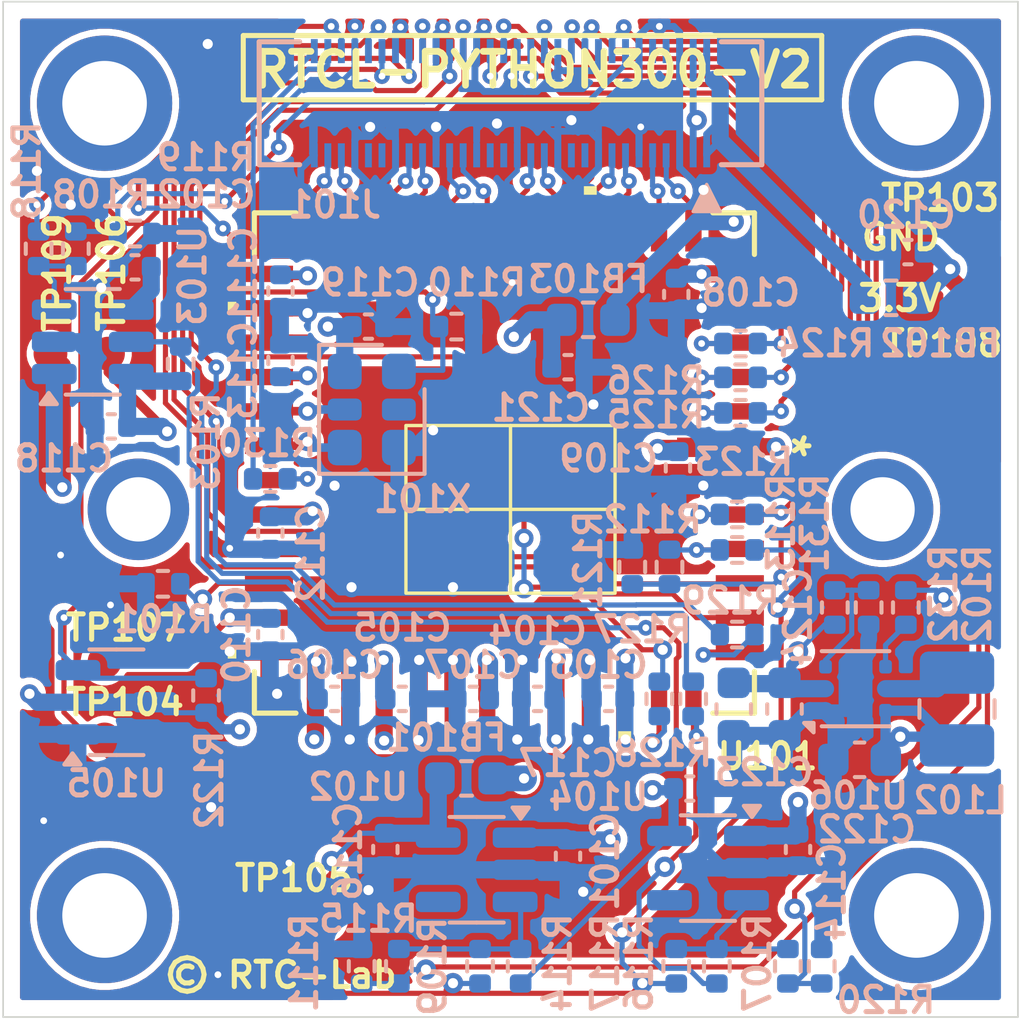
<source format=kicad_pcb>
(kicad_pcb (version 20241229) (generator "pcbnew") (generator_version "9.0")
  (layers (0 "F.Cu" jumper) (4 "In1.Cu" signal) (6 "In2.Cu" signal) (2 "B.Cu" signal) (13 "F.Paste" user) (15 "B.Paste" user) (5 "F.SilkS" user "F.Silkscreen") (7 "B.SilkS" user "B.Silkscreen") (1 "F.Mask" user) (3 "B.Mask" user) (25 "Edge.Cuts" user))
  (net 0 "")
  (net 1 "+3V6")
  (net 2 "/DOUTP1")
  (net 3 "/SCK")
  (net 4 "/SYNCP")
  (net 5 "/DOUTP0")
  (net 6 "GND")
  (net 7 "/MONITOR1")
  (net 8 "/TRIGGER1")
  (net 9 "/MONITOR0")
  (net 10 "/SS_N")
  (net 11 "VDD_PIX")
  (net 12 "/DOUTP2")
  (net 13 "/DOUTN0")
  (net 14 "/RESET_N")
  (net 15 "/MOSI")
  (net 16 "VDD_18")
  (net 17 "/DOUTN1")
  (net 18 "/CLOCK_OUTN")
  (net 19 "VDD_33")
  (net 20 "/DOUTN2")
  (net 21 "/LVDS_CLOCK_INN")
  (net 22 "/MISO")
  (net 23 "/LVDS_CLOCK_INP")
  (net 24 "/TRIGGER0")
  (net 25 "/TRIGGER2")
  (net 26 "/SYNCN")
  (net 27 "/CLOCK_OUTP")
  (net 28 "/DOUTP3")
  (net 29 "/CLK_PLL")
  (net 30 "/DOUTN3")
  (net 31 "Net-(U106-SW)")
  (net 32 "+3.3VP")
  (net 33 "/PGOOD")
  (net 34 "+3.3VA")
  (net 35 "Net-(U103-CT)")
  (net 36 "Net-(U104-EN)")
  (net 37 "+1V8")
  (net 40 "/OSC_EN")
  (net 43 "Net-(U102-EN)")
  (net 44 "/PGOOD_VDD18")
  (net 45 "Net-(U106-FB)")
  (net 47 "/PWR_EN_VDD33")
  (net 48 "/PWR_EN_VDD18")
  (net 52 "/PWR_EN_PIX")
  (net 55 "Net-(U101-ibias_master)")
  (net 56 "/CON_V33")
  (net 57 "Net-(U103-ON)")
  (net 58 "/CON_V18")
  (net 59 "Net-(U101-reset_n)")
  (net 60 "Net-(U101-ss_n)")
  (net 61 "Net-(U101-sck)")
  (net 62 "Net-(U101-mosi)")
  (net 63 "Net-(U101-miso)")
  (net 64 "Net-(U101-trigger0)")
  (net 65 "Net-(U101-trigger1)")
  (net 66 "Net-(U101-trigger2)")
  (net 67 "Net-(U101-clk_pll)")
  (net 69 "Net-(U106-EN)")
  (footprint "sensor_python300:TestPin" (layer "F.Cu") (at 138 106.8)
    (property "Reference" "TP104")
    (property "Value" "~")
  )
  (footprint "sensor_python300:TestPin" (layer "F.Cu") (at 136.4 95.4)
    (property "Reference" "TP109")
    (property "Value" "~")
  )
  (footprint "sensor_python300:CLA024_v1" (layer "F.Cu") (at 150 100)
    (property "Reference" "REF**" (hide yes))
    (property "Value" "CLA024 v1")
  )
  (footprint "sensor_python300:TestPin" (layer "F.Cu") (at 144.5 112.1)
    (property "Reference" "TP105")
    (property "Value" "~")
  )
  (footprint "sensor_python300:TestPin" (layer "F.Cu") (at 163.5 93.675)
    (property "Reference" "TP108")
    (property "Value" "~")
  )
  (footprint "sensor_python300:hole_M2.5" (layer "F.Cu") (at 138 112)
    (property "Reference" "REF**" (hide yes))
    (property "Value" "hole_M2.5")
  )
  (footprint "sensor_python300:NOIP1SN1300A" (layer "F.Cu") (at 149.82 98.63 180)
    (property "Reference" "U101")
    (property "Value" "NOIP1SN0300A-QTI")
  )
  (footprint "sensor_python300:TestPin" (layer "F.Cu") (at 163.5 92)
    (property "Reference" "TP103")
    (property "Value" "~")
  )
  (footprint "sensor_python300:hole_M2.5" (layer "F.Cu") (at 162 88)
    (property "Reference" "REF**" (hide yes))
    (property "Value" "hole_M2.5")
  )
  (footprint "sensor_python300:TestPin" (layer "F.Cu") (at 138.1 95.4)
    (property "Reference" "TP106")
    (property "Value" "~")
  )
  (footprint "sensor_python300:hole_M2.5" (layer "F.Cu") (at 138 88)
    (property "Reference" "REF**" (hide yes))
    (property "Value" "hole_M2.5")
  )
  (footprint "sensor_python300:hole_M2.5" (layer "F.Cu") (at 162 112)
    (property "Reference" "REF**" (hide yes))
    (property "Value" "hole_M2.5")
  )
  (footprint "sensor_python300:TestPin" (layer "F.Cu") (at 138 104.5)
    (property "Reference" "TP107")
    (property "Value" "~")
  )
  (footprint "Capacitor_SMD:C_0402_1005Metric" (layer "B.Cu") (at 144.8 105.6)
    (property "Reference" "C106")
    (property "Value" "0.1uF")
  )
  (footprint "Resistor_SMD:R_0402_1005Metric" (layer "B.Cu") (at 138.9 91.85)
    (property "Reference" "R119")
    (property "Value" "1k")
  )
  (footprint "Capacitor_SMD:C_0402_1005Metric" (layer "B.Cu") (at 151.7 110.25 -90)
    (property "Reference" "C101")
    (property "Value" "1uF")
  )
  (footprint "Resistor_SMD:R_0402_1005Metric" (layer "B.Cu") (at 160.5875 102.9 90)
    (property "Reference" "R132")
    (property "Value" "<DNP> R")
  )
  (footprint "Resistor_SMD:R_0402_1005Metric" (layer "B.Cu") (at 154.4 105.6 -90)
    (property "Reference" "R127")
    (property "Value" "0")
  )
  (footprint "Capacitor_SMD:C_0402_1005Metric" (layer "B.Cu") (at 142.9 100.7 -90)
    (property "Reference" "C112")
    (property "Value" "0.1uF")
  )
  (footprint "Resistor_SMD:R_0402_1005Metric" (layer "B.Cu") (at 156.7 100.15 180)
    (property "Reference" "R123")
    (property "Value" "0")
  )
  (footprint "Resistor_SMD:R_0402_1005Metric" (layer "B.Cu") (at 156.1 113.5 -90)
    (property "Reference" "R116")
    (property "Value" "<DNP> R")
  )
  (footprint "Capacitor_SMD:C_0402_1005Metric" (layer "B.Cu") (at 146.8 105.6)
    (property "Reference" "C105")
    (property "Value" "0.1uF")
  )
  (footprint "Package_TO_SOT_SMD:SOT-23-3" (layer "B.Cu") (at 138.35 105.7)
    (property "Reference" "U105")
    (property "Value" "APX803S")
  )
  (footprint "Capacitor_SMD:C_0402_1005Metric" (layer "B.Cu") (at 138.2 97.55 180)
    (property "Reference" "C118")
    (property "Value" "4.7uF")
  )
  (footprint "Inductor_SMD:L_0603_1608Metric" (layer "B.Cu") (at 152.3 94.4 180)
    (property "Reference" "FB103")
    (property "Value" "BLM18AG601SN1")
  )
  (footprint "Capacitor_SMD:C_0402_1005Metric" (layer "B.Cu") (at 145.8 94.6)
    (property "Reference" "C119")
    (property "Value" "0.1uF")
  )
  (footprint "Resistor_SMD:R_0402_1005Metric" (layer "B.Cu") (at 140.25 95.7 -90)
    (property "Reference" "R103")
    (property "Value" "33")
  )
  (footprint "Resistor_SMD:R_0402_1005Metric" (layer "B.Cu") (at 150.3 113.5 -90)
    (property "Reference" "R114")
    (property "Value" "<DNP> R")
  )
  (footprint "Resistor_SMD:R_0402_1005Metric" (layer "B.Cu") (at 149.1 113.5 90)
    (property "Reference" "R109")
    (property "Value" "<DNP> R")
  )
  (footprint "Resistor_SMD:R_0402_1005Metric" (layer "B.Cu") (at 148.4 94.6 180)
    (property "Reference" "R110")
    (property "Value" "1k")
  )
  (footprint "Capacitor_SMD:C_0603_1608Metric" (layer "B.Cu") (at 158.1 105.9 -90)
    (property "Reference" "C124")
    (property "Value" "10uF")
  )
  (footprint "Resistor_SMD:R_0402_1005Metric" (layer "B.Cu") (at 146.7 113.5 90)
    (property "Reference" "R115")
    (property "Value" "33")
  )
  (footprint "Resistor_SMD:R_0402_1005Metric" (layer "B.Cu") (at 158.2 113.5 90)
    (property "Reference" "R107")
    (property "Value" "33")
  )
  (footprint "Capacitor_SMD:C_0603_1608Metric" (layer "B.Cu") (at 160.32 107.4 180)
    (property "Reference" "C122")
    (property "Value" "10uF")
  )
  (footprint "Resistor_SMD:R_0402_1005Metric" (layer "B.Cu") (at 156.8 96.1 180)
    (property "Reference" "R126")
    (property "Value" "0")
  )
  (footprint "Inductor_SMD:L_0603_1608Metric" (layer "B.Cu") (at 148.7 107.95)
    (property "Reference" "FB101")
    (property "Value" "BLM18AG601SN1")
  )
  (footprint "Resistor_SMD:R_0402_1005Metric" (layer "B.Cu") (at 139.725 102.2 180)
    (property "Reference" "R101")
    (property "Value" "47k")
  )
  (footprint "Capacitor_SMD:C_0402_1005Metric" (layer "B.Cu") (at 138.9 92.85 180)
    (property "Reference" "C102")
    (property "Value" "<DNP> C")
  )
  (footprint "Resistor_SMD:R_0402_1005Metric" (layer "B.Cu") (at 136.05 92.3 -90)
    (property "Reference" "R118")
    (property "Value" "<DNP> R")
  )
  (footprint "Resistor_SMD:R_0402_1005Metric" (layer "B.Cu") (at 141 105.5 -90)
    (property "Reference" "R122")
    (property "Value" "10k")
  )
  (footprint "Resistor_SMD:R_0402_1005Metric" (layer "B.Cu") (at 156.8 95.1 180)
    (property "Reference" "R124")
    (property "Value" "0")
  )
  (footprint "sensor_python300:DF40HC4.0-60DS-0.4V51" (layer "B.Cu") (at 150 88 180)
    (property "Reference" "J101")
    (property "Value" "DF40HC(4.0)-60DS-0.4V(51)")
  )
  (footprint "Resistor_SMD:R_0402_1005Metric" (layer "B.Cu") (at 156.7 103.7)
    (property "Reference" "R129")
    (property "Value" "0")
  )
  (footprint "Capacitor_SMD:C_0402_1005Metric" (layer "B.Cu") (at 152.9 105.6 180)
    (property "Reference" "C103")
    (property "Value" "0.1uF")
  )
  (footprint "Capacitor_SMD:C_0402_1005Metric" (layer "B.Cu") (at 143.2 95.6 90)
    (property "Reference" "C113")
    (property "Value" "0.1uF")
  )
  (footprint "Capacitor_SMD:C_0402_1005Metric" (layer "B.Cu") (at 158.5 110.05 -90)
    (property "Reference" "C114")
    (property "Value" "1uF")
  )
  (footprint "Resistor_SMD:R_0402_1005Metric" (layer "B.Cu") (at 145.6 113.5 90)
    (property "Reference" "R111")
    (property "Value" "1k")
  )
  (footprint "Capacitor_SMD:C_0402_1005Metric" (layer "B.Cu") (at 154.9 93.65 -90)
    (property "Reference" "C108")
    (property "Value" "0.1uF")
  )
  (footprint "Capacitor_SMD:C_0402_1005Metric" (layer "B.Cu") (at 146.3 110.05 -90)
    (property "Reference" "C116")
    (property "Value" "1uF")
  )
  (footprint "Resistor_SMD:R_0402_1005Metric" (layer "B.Cu") (at 155.4 105.6 90)
    (property "Reference" "R128")
    (property "Value" "0")
  )
  (footprint "Package_TO_SOT_SMD:SOT-23-6" (layer "B.Cu") (at 137.65 95.05)
    (property "Reference" "U103")
    (property "Value" "TPS22918DBVR")
  )
  (footprint "Package_TO_SOT_SMD:SOT-23-5" (layer "B.Cu") (at 155.8375 110.6 180)
    (property "Reference" "U104")
    (property "Value" "TPS7A2033PDBVR")
  )
  (footprint "Capacitor_SMD:C_0402_1005Metric" (layer "B.Cu") (at 155.3 108.25)
    (property "Reference" "C117")
    (property "Value" "1uF")
  )
  (footprint "Resistor_SMD:R_0402_1005Metric" (layer "B.Cu") (at 154.7 101.7 90)
    (property "Reference" "R112")
    (property "Value" "470")
  )
  (footprint "Resistor_SMD:R_0402_1005Metric" (layer "B.Cu") (at 159.5875 102.9 -90)
    (property "Reference" "R131")
    (property "Value" "<DNP> R")
  )
  (footprint "Package_TO_SOT_SMD:SOT-23-5" (layer "B.Cu") (at 149 110.65 180)
    (property "Reference" "U102")
    (property "Value" "TPS7A2033PDBVR")
  )
  (footprint "Capacitor_SMD:C_0402_1005Metric" (layer "B.Cu") (at 151.7 95.8)
    (property "Reference" "C121")
    (property "Value" "4.7uF")
  )
  (footprint "Capacitor_SMD:C_0402_1005Metric" (layer "B.Cu") (at 142.9 103.7 -90)
    (property "Reference" "C110")
    (property "Value" "0.1uF")
  )
  (footprint "Capacitor_SMD:C_0402_1005Metric" (layer "B.Cu") (at 143.2 93.55 -90)
    (property "Reference" "C111")
    (property "Value" "0.1uF")
  )
  (footprint "Inductor_SMD:L_0603_1608Metric" (layer "B.Cu") (at 161.25 93.75)
    (property "Reference" "FB102")
    (property "Value" "BLM18AG601SN1")
  )
  (footprint "Resistor_SMD:R_0402_1005Metric" (layer "B.Cu") (at 153.6 101.7 90)
    (property "Reference" "R121")
    (property "Value" "1k")
  )
  (footprint "Capacitor_SMD:C_0603_1608Metric" (layer "B.Cu") (at 156.6 105.9 -90)
    (property "Reference" "C123")
    (property "Value" "10uF")
  )
  (footprint "Capacitor_SMD:C_0402_1005Metric" (layer "B.Cu") (at 150.8 105.6 180)
    (property "Reference" "C104")
    (property "Value" "0.1uF")
  )
  (footprint "Resistor_SMD:R_0402_1005Metric" (layer "B.Cu") (at 154.9 113.5 90)
    (property "Reference" "R117")
    (property "Value" "<DNP> R")
  )
  (footprint "Resistor_SMD:R_0402_1005Metric" (layer "B.Cu") (at 142.9 99.1 180)
    (property "Reference" "R130")
    (property "Value" "33")
  )
  (footprint "Resistor_SMD:R_0402_1005Metric" (layer "B.Cu") (at 156.7 101.2 180)
    (property "Reference" "R113")
    (property "Value" "<DNP> R")
  )
  (footprint "Capacitor_SMD:C_0402_1005Metric" (layer "B.Cu") (at 154.95 98.775 -90)
    (property "Reference" "C109")
    (property "Value" "0.1uF")
  )
  (footprint "Capacitor_SMD:C_0402_1005Metric" (layer "B.Cu") (at 148.9 105.6 180)
    (property "Reference" "C107")
    (property "Value" "0.1uF")
  )
  (footprint "Resistor_SMD:R_0402_1005Metric" (layer "B.Cu") (at 161.6875 102.9 -90)
    (property "Reference" "R102")
    (property "Value" "0")
  )
  (footprint "Inductor_SMD:L_1008_2520Metric" (layer "B.Cu") (at 163.2 105.9 90)
    (property "Reference" "L102")
    (property "Value" "2.2uH")
  )
  (footprint "Capacitor_SMD:C_0402_1005Metric" (layer "B.Cu") (at 161.75 92.4 180)
    (property "Reference" "C120")
    (property "Value" "4.7uF")
  )
  (footprint "Oscillator:Oscillator_SMD_SiTime_PQFD-6L_3.2x2.5mm" (layer "B.Cu") (at 145.9 97.05 180)
    (property "Reference" "X101")
    (property "Value" "<DNP> DSC1103DI5-360.0000")
  )
  (footprint "Resistor_SMD:R_0402_1005Metric" (layer "B.Cu") (at 137.15 92.3 -90)
    (property "Reference" "R108")
    (property "Value" "1k")
  )
  (footprint "Resistor_SMD:R_0402_1005Metric" (layer "B.Cu") (at 159.2 113.5 90)
    (property "Reference" "R120")
    (property "Value" "1k")
  )
  (footprint "Resistor_SMD:R_0402_1005Metric" (layer "B.Cu") (at 156.8 97.15 180)
    (property "Reference" "R125")
    (property "Value" "0")
  )
  (footprint "Package_SON:WSON-6-1EP_2x2mm_P0.65mm_EP1x1.6mm" (layer "B.Cu") (at 160.2 105.3)
    (property "Reference" "U106")
    (property "Value" "TPS610995DRVR")
  )
  (gr_line (start 142.1 86) (end 142.1 87.9) (stroke (width 0.15)) (layer "F.SilkS"))
  (gr_line (start 159.2 86) (end 142.1 86) (stroke (width 0.15)) (layer "F.SilkS"))
  (gr_line (start 159.2 87.9) (end 142.1 87.9) (stroke (width 0.15)) (layer "F.SilkS"))
  (gr_line (start 159.2 86) (end 159.2 87.9) (stroke (width 0.15)) (layer "F.SilkS"))
  (gr_line (start 135 85) (end 135 115) (stroke (width 0.05)) (layer "Edge.Cuts"))
  (gr_line (start 165 85) (end 165 115) (stroke (width 0.05)) (layer "Edge.Cuts"))
  (gr_line (start 165 85) (end 135 85) (stroke (width 0.05)) (layer "Edge.Cuts"))
  (gr_line (start 165 115) (end 135 115) (stroke (width 0.05)) (layer "Edge.Cuts"))
  (gr_text "© RTC-Lab" (at 139.7 114.2 0) (layer "F.SilkS") (effects (font (size 0.75 0.75) (thickness 0.15) (bold yes)) (justify left bottom)))
  (gr_text "GND" (at 160.3 92.4 0) (layer "F.SilkS") (effects (font (size 0.75 0.75) (thickness 0.15) (bold yes)) (justify left bottom)))
  (gr_text "3.3V" (at 160.2 94.2 0) (layer "F.SilkS") (effects (font (size 0.75 0.75) (thickness 0.15) (bold yes)) (justify left bottom)))
  (gr_text "RTCL-PYTHON300-V2\n" (at 142.3 87.6 0) (layer "F.SilkS") (effects (font (size 1 1) (thickness 0.2) (bold yes)) (justify left bottom)))
  (via (at 158.5 108.65) (size 0.6) (drill 0.3) (layers "F.Cu" "B.Cu") (net 1))
  (via (at 152.9556 109.75) (size 0.6) (drill 0.3) (layers "F.Cu" "B.Cu") (net 1))
  (via (at 158.5 104.2) (size 0.6) (drill 0.3) (layers "F.Cu" "B.Cu") (net 1))
  (segment (start 158.1 105.15) (end 156.7 105.15) (width 0.508) (layer "B.Cu") (net 1))
  (segment (start 158.5 104.2) (end 159.29 103.41) (width 0.1524) (layer "B.Cu") (net 1))
  (segment (start 159.29 103.41) (end 159.5875 103.41) (width 0.1524) (layer "B.Cu") (net 1))
  (segment (start 158.3 104.6) (end 158.3 105.17) (width 0.3048) (layer "B.Cu") (net 1))
  (segment (start 156.975 109.65) (end 158.42 109.65) (width 0.508) (layer "B.Cu") (net 1))
  (segment (start 158.42 109.65) (end 158.5 109.57) (width 0.508) (layer "B.Cu") (net 1))
  (segment (start 152.9356 109.77) (end 152.9556 109.75) (width 0.508) (layer "B.Cu") (net 1))
  (segment (start 151.63 109.7) (end 151.7 109.77) (width 0.508) (layer "B.Cu") (net 1))
  (segment (start 158.25 105.3) (end 158.1 105.15) (width 0.508) (layer "B.Cu") (net 1))
  (segment (start 158.5 109.57) (end 158.5 108.65) (width 0.508) (layer "B.Cu") (net 1))
  (segment (start 159.3125 105.3) (end 158.25 105.3) (width 0.508) (layer "B.Cu") (net 1))
  (segment (start 158.5 104.2) (end 158.5 104.4) (width 0.3048) (layer "B.Cu") (net 1))
  (segment (start 158.5 104.4) (end 158.3 104.6) (width 0.3048) (layer "B.Cu") (net 1))
  (segment (start 151.7 109.77) (end 152.9356 109.77) (width 0.508) (layer "B.Cu") (net 1))
  (segment (start 150.1375 109.7) (end 151.63 109.7) (width 0.508) (layer "B.Cu") (net 1))
  (segment (start 150.5 90.55) (end 150.328 90.722) (width 0.1524) (layer "F.Cu") (net 2))
  (segment (start 150.328 90.722) (end 150.328 91.6704) (width 0.1524) (layer "F.Cu") (net 2))
  (segment (start 150.5 90.3) (end 150.5 90.55) (width 0.1524) (layer "F.Cu") (net 2))
  (via (at 150.5 90.3) (size 0.46) (drill 0.2) (layers "F.Cu" "B.Cu") (net 2))
  (segment (start 150.599999 89.539999) (end 150.599999 90.200001) (width 0.1524) (layer "B.Cu") (net 2))
  (segment (start 150.599999 90.200001) (end 150.5 90.3) (width 0.1524) (layer "B.Cu") (net 2))
  (segment (start 150.6 89.539998) (end 150.599999 89.539999) (width 0.1524) (layer "B.Cu") (net 2))
  (segment (start 150.6 87.2) (end 150.98158 87.2) (width 0.1524) (layer "F.Cu") (net 3))
  (segment (start 159.284 91.04321) (end 159.284 93.016) (width 0.1524) (layer "F.Cu") (net 3))
  (segment (start 150.98158 87.2) (end 151.48158 87.7) (width 0.1524) (layer "F.Cu") (net 3))
  (segment (start 151.48158 87.7) (end 155.94079 87.7) (width 0.1524) (layer "F.Cu") (net 3))
  (segment (start 159.284 93.016) (end 158 94.3) (width 0.1524) (layer "F.Cu") (net 3))
  (segment (start 158 94.3) (end 158 95.1) (width 0.1524) (layer "F.Cu") (net 3))
  (segment (start 155.94079 87.7) (end 159.284 91.04321) (width 0.1524) (layer "F.Cu") (net 3))
  (via (at 158 95.1) (size 0.46) (drill 0.2) (layers "F.Cu" "B.Cu") (net 3))
  (via (at 150.6 87.2) (size 0.46) (drill 0.2) (layers "F.Cu" "B.Cu") (net 3))
  (segment (start 150.6 87.2) (end 150.599999 87.199999) (width 0.1524) (layer "B.Cu") (net 3))
  (segment (start 150.599999 87.199999) (end 150.599999 86.460001) (width 0.1524) (layer "B.Cu") (net 3))
  (segment (start 157.31 95.1) (end 158 95.1) (width 0.1524) (layer "B.Cu") (net 3))
  (segment (start 144.2 90.6) (end 144.2 91.6384) (width 0.1524) (layer "F.Cu") (net 4))
  (segment (start 144.5 90.3) (end 144.2 90.6) (width 0.1524) (layer "F.Cu") (net 4))
  (segment (start 144.2 91.6384) (end 144.232 91.6704) (width 0.1524) (layer "F.Cu") (net 4))
  (via (at 144.5 90.3) (size 0.46) (drill 0.2) (layers "F.Cu" "B.Cu") (net 4))
  (segment (start 144.600001 89.539999) (end 144.593849 89.546151) (width 0.1524) (layer "B.Cu") (net 4))
  (segment (start 144.600001 90.199999) (end 144.5 90.3) (width 0.1524) (layer "B.Cu") (net 4))
  (segment (start 144.600001 89.539999) (end 144.600001 90.199999) (width 0.1524) (layer "B.Cu") (net 4))
  (segment (start 152.8 90.3) (end 152.36 90.74) (width 0.1524) (layer "F.Cu") (net 5))
  (segment (start 152.9 90.3) (end 152.8 90.3) (width 0.1524) (layer "F.Cu") (net 5))
  (segment (start 152.36 90.74) (end 152.36 91.6704) (width 0.1524) (layer "F.Cu") (net 5))
  (via (at 152.9 90.3) (size 0.46) (drill 0.2) (layers "F.Cu" "B.Cu") (net 5))
  (segment (start 152.999999 89.539999) (end 152.999999 90.200001) (width 0.1524) (layer "B.Cu") (net 5))
  (segment (start 152.999999 90.200001) (end 152.9 90.3) (width 0.1524) (layer "B.Cu") (net 5))
  (segment (start 145.938 107.49) (end 146.61 107.49) (width 0.508) (layer "F.Cu") (net 6))
  (segment (start 142.8604 104.218) (end 142.8604 105.2104) (width 0.508) (layer "F.Cu") (net 6))
  (segment (start 150.328 104.472) (end 150.35 104.45) (width 0.254) (layer "F.Cu") (net 6))
  (segment (start 150.328 106.672) (end 150.2 106.8) (width 0.254) (layer "F.Cu") (net 6))
  (segment (start 143.858 94.058) (end 144 94.2) (width 0.254) (layer "F.Cu") (net 6))
  (segment (start 142.8604 104.218) (end 141.718 104.218) (width 0.508) (layer "F.Cu") (net 6))
  (segment (start 142.8604 94.058) (end 142.8604 95.074) (width 0.254) (layer "F.Cu") (net 6))
  (segment (start 142.8604 105.2104) (end 143.1 105.45) (width 0.508) (layer "F.Cu") (net 6))
  (segment (start 145.248 106.8) (end 145.248 105.5896) (width 0.508) (layer "F.Cu") (net 6))
  (segment (start 148.296 104.454) (end 148.3 104.45) (width 0.508) (layer "F.Cu") (net 6))
  (segment (start 142.8604 94.058) (end 143.858 94.058) (width 0.254) (layer "F.Cu") (net 6))
  (segment (start 145.3 106.852) (end 145.248 106.8) (width 0.508) (layer "F.Cu") (net 6))
  (segment (start 147.28 106.82) (end 147.28 105.5896) (width 0.508) (layer "F.Cu") (net 6))
  (segment (start 141.72 101.17) (end 141.7 101.15) (width 0.1524) (layer "F.Cu") (net 6))
  (segment (start 152.36 106.74) (end 152.3 106.8) (width 0.508) (layer "F.Cu") (net 6))
  (segment (start 155.3 94.05) (end 152.45 96.9) (width 0.508) (layer "F.Cu") (net 6))
  (segment (start 145.3 104.5) (end 145.248 104.552) (width 0.508) (layer "F.Cu") (net 6))
  (segment (start 145.248 104.552) (end 145.248 105.5896) (width 0.508) (layer "F.Cu") (net 6))
  (segment (start 150.2 106.8) (end 150.854 107.454) (width 0.508) (layer "F.Cu") (net 6))
  (segment (start 152.36 105.5896) (end 152.36 104.46) (width 0.508) (layer "F.Cu") (net 6))
  (segment (start 150.18 106.82) (end 150.2 106.8) (width 0.508) (layer "F.Cu") (net 6))
  (segment (start 156.7796 99.138) (end 155.862 99.138) (width 0.508) (layer "F.Cu") (net 6))
  (segment (start 155.862 99.138) (end 155.7 99.3) (width 0.508) (layer "F.Cu") (net 6))
  (segment (start 151.646 107.454) (end 152.3 106.8) (width 0.508) (layer "F.Cu") (net 6))
  (segment (start 145.248 106.8) (end 145.938 107.49) (width 0.508) (layer "F.Cu") (net 6))
  (segment (start 142.8604 101.17) (end 141.72 101.17) (width 0.1524) (layer "F.Cu") (net 6))
  (segment (start 146.61 107.49) (end 147.28 106.82) (width 0.508) (layer "F.Cu") (net 6))
  (segment (start 142.8684 94.05) (end 142.8604 94.058) (width 0.254) (layer "F.Cu") (net 6))
  (segment (start 152.36 104.46) (end 152.35 104.45) (width 0.508) (layer "F.Cu") (net 6))
  (segment (start 150.328 105.5896) (end 150.328 106.672) (width 0.254) (layer "F.Cu") (net 6))
  (segment (start 156.7796 94.058) (end 155.658 94.058) (width 0.508) (layer "F.Cu") (net 6))
  (segment (start 147.28 106.82) (end 150.18 106.82) (width 0.508) (layer "F.Cu") (net 6))
  (segment (start 150.328 105.5896) (end 150.328 104.472) (width 0.254) (layer "F.Cu") (net 6))
  (segment (start 155.658 94.058) (end 155.65 94.05) (width 0.508) (layer "F.Cu") (net 6))
  (segment (start 147.3 104.45) (end 147.3 105.5696) (width 0.508) (layer "F.Cu") (net 6))
  (segment (start 152.36 105.5896) (end 152.36 106.74) (width 0.508) (layer "F.Cu") (net 6))
  (segment (start 148.296 105.5896) (end 148.296 104.454) (width 0.508) (layer "F.Cu") (net 6))
  (segment (start 155.65 94.05) (end 155.3 94.05) (width 0.508) (layer "F.Cu") (net 6))
  (segment (start 141.718 104.218) (end 141.7 104.2) (width 0.508) (layer "F.Cu") (net 6))
  (segment (start 147.3 105.5696) (end 147.28 105.5896) (width 0.508) (layer "F.Cu") (net 6))
  (segment (start 150.854 107.454) (end 151.646 107.454) (width 0.508) (layer "F.Cu") (net 6))
  (via (at 145.3 104.5) (size 0.56) (drill 0.3) (layers "F.Cu" "B.Cu") (net 6))
  (via (at 136 90) (size 0.56) (drill 0.3) (layers "F.Cu" "B.Cu") (net 6))
  (via (at 147.28 106.82) (size 0.56) (drill 0.3) (layers "F.Cu" "B.Cu") (net 6))
  (via (at 149.6 88.6) (size 0.56) (drill 0.3) (layers "F.Cu" "B.Cu") (net 6))
  (via (at 141.05 86.25) (size 0.56) (drill 0.3) (layers "F.Cu" "B.Cu") (net 6))
  (via (at 141.7 104.2) (size 0.56) (drill 0.3) (layers "F.Cu" "B.Cu") (net 6))
  (via (at 151.8 88.5) (size 0.56) (drill 0.3) (layers "F.Cu" "B.Cu") (net 6))
  (via (at 137.9 93.45) (size 0.56) (drill 0.3) (layers "F.Cu" "B.Cu") (net 6))
  (via (at 148.3 104.45) (size 0.56) (drill 0.3) (layers "F.Cu" "B.Cu") (net 6))
  (via (at 150.35 104.45) (size 0.56) (drill 0.3) (layers "F.Cu" "B.Cu") (net 6))
  (via (at 141.35 113.75) (size 0.46) (drill 0.2) (layers "F.Cu" "B.Cu") (net 6))
  (via (at 136.2 109.2) (size 0.46) (drill 0.2) (layers "F.Cu" "B.Cu") (net 6))
  (via (at 146.75 85.75) (size 0.46) (drill 0.2) (layers "F.Cu" "B.Cu") (net 6))
  (via (at 144.8 99.3) (size 0.56) (drill 0.3) (layers "F.Cu" "B.Cu") (net 6))
  (via (at 145.3 102.3) (size 0.6) (drill 0.3) (layers "F.Cu" "B.Cu") (net 6))
  (via (at 155.7 99.3) (size 0.56) (drill 0.3) (layers "F.Cu" "B.Cu") (net 6))
  (via (at 141.65 98.25) (size 0.46) (drill 0.2) (layers "F.Cu" "B.Cu") (net 6))
  (via (at 150.2 106.8) (size 0.56) (drill 0.3) (layers "F.Cu" "B.Cu") (net 6))
  (via (at 144 94.2) (size 0.56) (drill 0.3) (layers "F.Cu" "B.Cu") (net 6))
  (via (at 147.7125 97.6625) (size 0.56) (drill 0.3) (layers "F.Cu" "B.Cu") (net 6))
  (via (at 152.45 96.9) (size 0.56) (drill 0.3) (layers "F.Cu" "B.Cu") (net 6))
  (via (at 137 91) (size 0.56) (drill 0.3) (layers "F.Cu" "B.Cu") (net 6))
  (via (at 143.45 110.45) (size 0.46) (drill 0.2) (layers "F.Cu" "B.Cu") (net 6))
  (via (at 145.8 111.25) (size 0.56) (drill 0.3) (layers "F.Cu" "B.Cu") (net 6))
  (via (at 152.15 111.3) (size 0.56) (drill 0.3) (layers "F.Cu" "B.Cu") (net 6))
  (via (at 149.220381 85.751077) (size 0.46) (drill 0.2) (layers "F.Cu" "B.Cu") (net 6))
  (via (at 138.175 102.825) (size 0.46) (drill 0.2) (layers "F.Cu" "B.Cu") (net 6))
  (via (at 143.1 105.45) (size 0.56) (drill 0.3) (layers "F.Cu" "B.Cu") (net 6))
  (via (at 145.4 85.73) (size 0.46) (drill 0.2) (layers "F.Cu" "B.Cu") (net 6))
  (via (at 141.7 101.15) (size 0.46) (drill 0.2) (layers "F.Cu" "B.Cu") (net 6))
  (via (at 150.05 93.3) (size 0.46) (drill 0.2) (layers "F.Cu" "B.Cu") (net 6))
  (via (at 152.3 106.8) (size 0.56) (drill 0.3) (layers "F.Cu" "B.Cu") (net 6))
  (via (at 147.3 104.45) (size 0.56) (drill 0.3) (layers "F.Cu" "B.Cu") (net 6))
  (via (at 136.7 101.35) (size 0.46) (drill 0.2) (layers "F.Cu" "B.Cu") (net 6))
  (via (at 152.35 104.45) (size 0.56) (drill 0.3) (layers "F.Cu" "B.Cu") (net 6))
  (via (at 155.705428 90.56154) (size 0.6) (drill 0.3) (layers "F.Cu" "B.Cu") (net 6))
  (via (at 150.019997 87.2) (size 0.46) (drill 0.2) (layers "F.Cu" "B.Cu") (net 6))
  (via (at 145.248 106.8) (size 0.56) (drill 0.3) (layers "F.Cu" "B.Cu") (net 6))
  (via (at 155.65 94.05) (size 0.56) (drill 0.3) (layers "F.Cu" "B.Cu") (net 6))
  (via (at 154.4 85.73) (size 0.46) (drill 0.2) (layers "F.Cu" "B.Cu") (net 6))
  (via (at 147.8 88.7) (size 0.56) (drill 0.3) (layers "F.Cu" "B.Cu") (net 6))
  (via (at 141.15 108.8) (size 0.56) (drill 0.3) (layers "F.Cu" "B.Cu") (net 6))
  (via (at 148.3 102.3) (size 0.56) (drill 0.3) (layers "F.Cu" "B.Cu") (net 6))
  (via (at 148 85.75) (size 0.46) (drill 0.2) (layers "F.Cu" "B.Cu") (net 6))
  (via (at 145.85 88.7) (size 0.56) (drill 0.3) (layers "F.Cu" "B.Cu") (net 6))
  (via (at 153.85 88.7) (size 0.46) (drill 0.2) (layers "F.Cu" "B.Cu") (net 6))
  (segment (start 151.8 90.711341) (end 151.8 90.8) (width 0.2032) (layer "B.Cu") (net 6))
  (segment (start 151.8 90.8) (end 151.8 91.0526) (width 0.2032) (layer "B.Cu") (net 6))
  (segment (start 155 86.460001) (end 155 85.901201) (width 0.2032) (layer "B.Cu") (net 6))
  (segment (start 152.351002 88.810339) (end 152.812941 88.3484) (width 0.2032) (layer "B.Cu") (net 6))
  (segment (start 145.3 102.3) (end 148.3 102.3) (width 0.508) (layer "B.Cu") (net 6))
  (segment (start 150.2 89.995847) (end 149.9 90.295847) (width 0.1524) (layer "B.Cu") (net 6))
  (segment (start 153.8 85.9964) (end 153.8 86.460001) (width 0.2032) (layer "B.Cu") (net 6))
  (segment (start 139.215 103.615) (end 139.215 102.2) (width 0.508) (layer "B.Cu") (net 6))
  (segment (start 151.4 89.054801) (end 151.4 89.539999) (width 0.2032) (layer "B.Cu") (net 6))
  (segment (start 137.72 97.55) (end 137.5306 97.3606) (width 0.508) (layer "B.Cu") (net 6))
  (segment (start 155 89.9) (end 155.7 90.6) (width 0.2032) (layer "B.Cu") (net 6))
  (segment (start 144.200001 89.539999) (end 143.8 89.94) (width 0.2032) (layer "B.Cu") (net 6))
  (segment (start 148.9484 86.5116) (end 148.999999 86.460001) (width 0.2032) (layer "B.Cu") (net 6))
  (segment (start 141.15 108.8) (end 139 106.65) (width 0.508) (layer "B.Cu") (net 6))
  (segment (start 147.5 88.65) (end 147.799999 88.949999) (width 0.2032) (layer "B.Cu") (net 6))
  (segment (start 146.600002 86.460001) (end 146.600002 85.899998) (width 0.2032) (layer "B.Cu") (net 6))
  (segment (start 145.3 102.3) (end 147.7125 99.8875) (width 0.508) (layer "B.Cu") (net 6))
  (segment (start 150.1484 86.511601) (end 150.1484 87.071597) (width 0.2032) (layer "B.Cu") (net 6))
  (segment (start 144 94.2) (end 144.1386 94.0614) (width 0.254) (layer "B.Cu") (net 6))
  (segment (start 152.6 89.076398) (end 152.351002 88.8274) (width 0.2032) (layer "B.Cu") (net 6))
  (segment (start 143.8 89.94) (end 143.8 90.8) (width 0.2032) (layer "B.Cu") (net 6))
  (segment (start 160.5875 104.9125) (end 160.2 105.3) (width 0.1524) (layer "B.Cu") (net 6))
  (segment (start 152.6 89.911341) (end 151.8 90.711341) (width 0.2032) (layer "B.Cu") (net 6))
  (segment (start 138.42 92.93) (end 137.9 93.45) (width 0.1524) (layer "B.Cu") (net 6))
  (segment (start 145.85 88.981199) (end 145.85 88.7) (width 0.2032) (layer "B.Cu") (net 6))
  (segment (start 143.83 94.03) (end 144 94.2) (width 0.254) (layer "B.Cu") (net 6))
  (segment (start 154.4 85.73) (end 154.0664 85.73) (width 0.2032) (layer "B.Cu") (net 6))
  (segment (start 144.967201 88.3484) (end 145.6 88.981199) (width 0.2032) (layer "B.Cu") (net 6))
  (segment (start 155.7 90.566968) (end 155.7 90.6) (width 0.2032) (layer "B.Cu") (net 6))
  (segment (start 145.8 111.25) (end 145.8 111.03) (width 0.508) (layer "B.Cu") (net 6))
  (segment (start 153.6 101.19) (end 153.6 100.605) (width 0.508) (layer "B.Cu") (net 6))
  (segment (start 152.351002 88.8274) (end 151.85 88.8274) (width 0.2032) (layer "B.Cu") (net 6))
  (segment (start 151.4 89.539999) (end 151.4 89.959926) (width 0.2032) (layer "B.Cu") (net 6))
  (segment (start 143.22 95.1) (end 143.2 95.12) (width 0.254) (layer "B.Cu") (net 6))
  (segment (start 149.2 88.6) (end 149.05 88.6) (width 0.2032) (layer "B.Cu") (net 6))
  (segment (start 145.85 88.981199) (end 146.125 88.706199) (width 0.2032) (layer "B.Cu") (net 6))
  (segment (start 139 106.65) (end 138.95 106.65) (width 0.508) (layer "B.Cu") (net 6))
  (segment (start 148.42 105.6) (end 148.42 104.57) (width 0.508) (layer "B.Cu") (net 6))
  (segment (start 147.799999 88.949999) (end 148.301598 88.4484) (width 0.2032) (layer "B.Cu") (net 6))
  (segment (start 159.625 107.1) (end 159.625 106.2625) (width 0.508) (layer "B.Cu") (net 6))
  (segment (start 153.8 88.3) (end 153.8 86.460001) (width 0.2032) (layer "B.Cu") (net 6))
  (segment (start 144.1386 94.0614) (end 145.7414 94.0614) (width 0.254) (layer "B.Cu") (net 6))
  (segment (start 142.88 104.2) (end 142.9 104.18) (width 0.508) (layer "B.Cu") (net 6))
  (segment (start 142.9 101.18) (end 141.73792 101.18) (width 0.508) (layer "B.Cu") (net 6))
  (segment (start 150.25 88.6) (end 149.2 88.6) (width 0.2032) (layer "B.Cu") (net 6))
  (segment (start 143.8 90.8) (end 144.0526 91.0526) (width 0.2032) (layer "B.Cu") (net 6))
  (segment (start 146.4 88.981199) (end 146.5264 88.981199) (width 0.2032) (layer "B.Cu") (net 6))
  (segment (start 154.0664 85.73) (end 153.8 85.9964) (width 0.2032) (layer "B.Cu") (net 6))
  (segment (start 145.400002 89.076398) (end 145.495201 88.981199) (width 0.2032) (layer "B.Cu") (net 6))
  (segment (start 137.5306 95.3306) (end 137.5306 93.8194) (width 0.508) (layer "B.Cu") (net 6))
  (segment (start 155 89.539999) (end 155 88.7) (width 0.2032) (layer "B.Cu") (net 6))
  (segment (start 160.2 105.3) (end 160.2 106.525) (width 0.508) (layer "B.Cu") (net 6))
  (segment (start 148.999999 85.971459) (end 149.220381 85.751077) (width 0.2032) (layer "B.Cu") (net 6))
  (segment (start 142.1 88.560002) (end 142.1 98.1) (width 0.1524) (layer "B.Cu") (net 6))
  (segment (start 151.85 88.8274) (end 151.1726 88.8274) (width 0.2032) (layer "B.Cu") (net 6))
  (segment (start 144.0526 91.0526) (end 145.8 91.0526) (width 0.2032) (layer "B.Cu") (net 6))
  (segment (start 143.2 94.03) (end 143.83 94.03) (width 0.254) (layer "B.Cu") (net 6))
  (segment (start 152.351002 88.8274) (end 152.351002 88.810339) (width 0.2032) (layer "B.Cu") (net 6))
  (segment (start 152.812941 88.3484) (end 153.2484 88.3484) (width 0.2032) (layer "B.Cu") (net 6))
  (segment (start 155.72 93.98) (end 155.65 94.05) (width 0.3048) (layer "B.Cu") (net 6))
  (segment (start 158.85 105.95) (end 158.1 106.7) (width 0.508) (layer "B.Cu") (net 6))
  (segment (start 155.4 90.9) (end 155.7 90.6) (width 0.2032) (layer "B.Cu") (net 6))
  (segment (start 159.625 106.2625) (end 159.3125 105.95) (width 0.508) (layer "B.Cu") (net 6))
  (segment (start 145.7414 94.0614) (end 146.28 94.6) (width 0.254) (layer "B.Cu") (net 6))
  (segment (start 156.975 110.6) (end 158.43 110.6) (width 0.3048) (layer "B.Cu") (net 6))
  (segment (start 148.999999 89.539999) (end 148.999999 88.800001) (width 0.1524) (layer "B.Cu") (net 6))
  (segment (start 145.495201 88.981199) (end 145.6 88.981199) (width 0.2032) (layer "B.Cu") (net 6))
  (segment (start 150.412941 87.6516) (end 149.212941 87.6516) (width 0.2032) (layer "B.Cu") (net 6))
  (segment (start 143.2 94.03) (end 143.2 95.12) (width 0.254) (layer "B.Cu") (net 6))
  (segment (start 159.3125 105.95) (end 158.85 105.95) (width 0.508) (layer "B.Cu") (net 6))
  (segment (start 144.200001 89.539999) (end 144.1484 89.488398) (width 0.2032) (layer "B.Cu") (net 6))
  (segment (start 147.28 104.47) (end 147.28 105.6) (width 0.508) (layer "B.Cu") (net 6))
  (segment (start 145.400002 89.959928) (end 145.400002 89.539999) (width 0.2032) (layer "B.Cu") (net 6))
  (segment (start 151.85 88.8274) (end 151.85 88.55) (width 0.2032) (layer "B.Cu") (net 6))
  (segment (start 154.98 94.05) (end 154.9 94.13) (width 0.508) (layer "B.Cu") (net 6))
  (segment (start 148.787059 88.4484) (end 148.994329 88.655671) (width 0.2032) (layer "B.Cu") (net 6))
  (segment (start 147.8 88.949998) (end 147.8 88.7) (width 0.2032) (layer "B.Cu") (net 6))
  (segment (start 144.1484 88.612941) (end 144.412941 88.3484) (width 0.2032) (layer "B.Cu") (net 6))
  (segment (start 155 85.901201) (end 154.828799 85.73) (width 0.2032) (layer "B.Cu") (net 6))
  (segment (start 160.5875 103.41) (end 160.5875 104.9125) (width 0.1524) (layer "B.Cu") (net 6))
  (segment (start 150.1375 110.65) (end 151.62 110.65) (width 0.508) (layer "B.Cu") (net 6))
  (segment (start 150.1375 110.65) (end 146.42 110.65) (width 0.508) (layer "B.Cu") (net 6))
  (segment (start 142.1 98.1) (end 141.8 98.1) (width 0.1524) (layer "B.Cu") (net 6))
  (segment (start 150.1484 87.071597) (end 150.019997 87.2) (width 0.2032) (layer "B.Cu") (net 6))
  (segment (start 151.85 88.55) (end 151.8 88.5) (width 0.2032) (layer "B.Cu") (net 6))
  (segment (start 137.5306 93.8194) (end 137.9 93.45) (width 0.508) (layer "B.Cu") (net 6))
  (segment (start 144.1 87.3) (end 142.644 88.756) (width 0.1524) (layer "B.Cu") (net 6))
  (segment (start 148.301598 88.4484) (end 148.787059 88.4484) (width 0.2032) (layer "B.Cu") (net 6))
  (segment (start 147.799999 88.949999) (end 147.8 88.949998) (width 0.2032) (layer "B.Cu") (net 6))
  (segment (start 146.600002 89.959924) (end 146.600002 89.539999) (width 0.2032) (layer "B.Cu") (net 6))
  (segment (start 141.8 98.1) (end 141.65 98.25) (width 0.1524) (layer "B.Cu") (net 6))
  (segment (start 153.2484 88.3484) (end 153.5 88.6) (width 0.2032) (layer "B.Cu") (net 6))
  (segment (start 149.9 91.0526) (end 151.8 91.0526) (width 0.2032) (layer "B.Cu") (net 6))
  (segment (start 151.1726 88.8274) (end 151.4 89.054801) (width 0.2032) (layer "B.Cu") (net 6))
  (segment (start 151.4 89.959926) (end 151.8 90.359926) (width 0.2032) (layer "B.Cu") (net 6))
  (segment (start 139.41 91.86) (end 138.42 92.85) (width 0.254) (layer "B.Cu") (net 6))
  (segment (start 150.32 105.6) (end 150.32 106.68) (width 0.254) (layer "B.Cu") (net 6))
  (segment (start 156.975 110.6) (end 156.312501 110.6) (width 0.3048) (layer "B.Cu") (net 6))
  (segment (start 153.5 88.6) (end 153.8 88.3) (width 0.2032) (layer "B.Cu") (net 6))
  (segment (start 151.8 91.0526) (end 155.4 91.0526) (width 0.2032) (layer "B.Cu") (net 6))
  (segment (start 146.511341 88.65) (end 147.5 88.65) (width 0.2032) (layer "B.Cu") (net 6))
  (segment (start 146.4 88.981199) (end 146.4 88.761341) (width 0.2032) (layer "B.Cu") (net 6))
  (segment (start 150.2 86.460001) (end 150.1484 86.511601) (width 0.2032) (layer "B.Cu") (net 6))
  (segment (start 148.999999 86.460001) (end 148.999999 85.971459) (width 0.2032) (layer "B.Cu") (net 6))
  (segment (start 155.7 99.3) (end 154.995 99.3) (width 0.508) (layer "B.Cu") (net 6))
  (segment (start 147.799999 86.460001) (end 147.799999 85.950001) (width 0.2032) (layer "B.Cu") (net 6))
  (segment (start 139.41 91.85) (end 139.41 91.86) (width 0.254) (layer "B.Cu") (net 6))
  (segment (start 155.65 94.05) (end 154.98 94.05) (width 0.508) (layer "B.Cu") (net 6))
  (segment (start 147.2 98.175) (end 147.7125 97.6625) (width 0.508) (layer "B.Cu") (net 6))
  (segment (start 148.42 104.57) (end 148.3 104.45) (width 0.508) (layer "B.Cu") (net 6))
  (segment (start 148.91 94.155815) (end 148.91 94.6) (width 0.508) (layer "B.Cu") (net 6))
  (segment (start 153.5 88.6) (end 153.8 88.9) (width 0.2032) (layer "B.Cu") (net 6))
  (segment (start 145.929963 90.629963) (end 146.600002 89.959924) (width 0.2032) (layer "B.Cu") (net 6))
  (segment (start 154.828799 85.73) (end 154.4 85.73) (width 0.2032) (layer "B.Cu") (net 6))
  (segment (start 142.644 88.756) (end 142.644 98.094) (width 0.1524) (layer "B.Cu") (net 6))
  (segment (start 152.35 104.45) (end 152.35 105.53) (width 0.508) (layer "B.Cu") (net 6))
  (segment (start 138.42 92.85) (end 138.42 92.84) (width 0.1524) (layer "B.Cu") (net 6))
  (segment (start 142.8 110.45) (end 141.15 108.8) (width 0.508) (layer "B.Cu") (net 6))
  (segment (start 145.3 105.58) (end 145.28 105.6) (width 0.508) (layer "B.Cu") (net 6))
  (segment (start 145.400002 86.460001) (end 145.400002 86.968001) (width 0.1524) (layer "B.Cu") (net 6))
  (segment (start 155.78 110.067499) (end 155.78 108.25) (width 0.3048) (layer "B.Cu") (net 6))
  (segment (start 148.91 96) (end 148.91 94.6) (width 0.508) (layer "B.Cu") (net 6))
  (segment (start 150.2 89.539999) (end 150.2 89.995847) (width 0.1524) (layer "B.Cu") (net 6))
  (segment (start 144.176538 98.6738) (end 144.8 99.297262) (width 0.1524) (layer "B.Cu") (net 6))
  (segment (start 149.05 88.6) (end 148.994329 88.655671) (width 0.2032) (layer "B.Cu") (net 6))
  (segment (start 158.1 106.7) (end 156.7 106.7) (width 0.508) (layer "B.Cu") (net 6))
  (segment (start 158.43 110.6) (end 158.5 110.53) (width 0.3048) (layer "B.Cu") (net 6))
  (segment (start 145.929963 90.629963) (end 145.929963 90.489889) (width 0.2032) (layer "B.Cu") (net 6))
  (segment (start 137.2125 106.65) (end 138.95 106.65) (width 0.508) (layer "B.Cu") (net 6))
  (segment (start 146.4 88.761341) (end 146.511341 88.65) (width 0.2032) (layer "B.Cu") (net 6))
  (segment (start 152.484943 87.038659) (end 151.4 87.038659) (width 0.2032) (layer "B.Cu") (net 6))
  (segment (start 145.8 91.0526) (end 145.8 90.759926) (width 0.2032) (layer "B.Cu") (net 6))
  (segment (start 155 88.7) (end 155 86.460001) (width 0.2032) (layer "B.Cu") (net 6))
  (segment (start 143.45 110.45) (end 142.8 110.45) (width 0.508) (layer "B.Cu") (net 6))
  (segment (start 155.705428 90.56154) (end 155.7 90.566968) (width 0.2032) (layer "B.Cu") (net 6))
  (segment (start 145.929963 90.489889) (end 145.400002 89.959928) (width 0.2032) (layer "B.Cu") (net 6))
  (segment (start 147.3 104.45) (end 147.28 104.47) (width 0.508) (layer "B.Cu") (net 6))
  (segment (start 145.400002 89.539999) (end 145.400002 89.076398) (width 0.2032) (layer "B.Cu") (net 6))
  (segment (start 150.412941 87.6516) (end 150.019997 87.258656) (width 0.2032) (layer "B.Cu") (net 6))
  (segment (start 151.4 86.460001) (end 151.4 87.038659) (width 0.2032) (layer "B.Cu") (net 6))
  (segment (start 150.325 88.525) (end 150.4016 88.4484) (width 0.2032) (layer "B.Cu") (net 6))
  (segment (start 144.200001 86.460001) (end 142.1 88.560002) (width 0.1524) (layer "B.Cu") (net 6))
  (segment (start 146.7 98.175) (end 147.2 98.175) (width 0.508) (layer "B.Cu") (net 6))
  (segment (start 150.019997 87.258656) (end 150.019997 87.2) (width 0.2032) (layer "B.Cu") (net 6))
  (segment (start 153.8 88.75) (end 153.85 88.7) (width 0.2032) (layer "B.Cu") (net 6))
  (segment (start 155 89.539999) (end 155 89.9) (width 0.2032) (layer "B.Cu") (net 6))
  (segment (start 149.212941 87.6516) (end 148.9484 87.387059) (width 0.2032) (layer "B.Cu") (net 6))
  (segment (start 149.9 90.295847) (end 149.9 91.0526) (width 0.1524) (layer "B.Cu") (net 6))
  (segment (start 147.799999 85.950001) (end 148 85.75) (width 0.2032) (layer "B.Cu") (net 6))
  (segment (start 147.470001 93.1) (end 147.854185 93.1) (width 0.508) (layer "B.Cu") (net 6))
  (segment (start 151.62 110.65) (end 151.7 110.73) (width 0.508) (layer "B.Cu") (net 6))
  (segment (start 151.7 110.73) (end 151.7 110.85) (width 0.508) (layer "B.Cu") (net 6))
  (segment (start 145.400002 86.968001) (end 145.068003 87.3) (width 0.1524) (layer "B.Cu") (net 6))
  (segment (start 148.9484 87.387059) (end 148.9484 86.5116) (width 0.2032) (layer "B.Cu") (net 6))
  (segment (start 145.8 91.0526) (end 149.9 91.0526) (width 0.2032) (layer "B.Cu") (net 6))
  (segment (start 146.5264 88.981199) (end 146.600002 89.054801) (width 0.2032) (layer "B.Cu") (net 6))
  (segment (start 155.4 91.0526) (end 155.4 90.9) (width 0.2032) (layer "B.Cu") (net 6))
  (segment (start 153.8 89.539999) (end 153.8 88.75) (width 0.2032) (layer "B.Cu") (net 6))
  (segment (start 139.8 104.2) (end 139.215 103.615) (width 0.508) (layer "B.Cu") (net 6))
  (segment (start 148 96.91) (end 148 97.375) (width 0.508) (layer "B.Cu") (net 6))
  (segment (start 153.85 88.7) (end 155 88.7) (width 0.2032) (layer "B.Cu") (net 6))
  (segment (start 143.823462 98.6738) (end 144.176538 98.6738) (width 0.1524) (layer "B.Cu") (net 6))
  (segment (start 145.6 88.981199) (end 145.85 88.981199) (width 0.2032) (layer "B.Cu") (net 6))
  (segment (start 150.2 88.65) (end 150.25 88.6) (width 0.1524) (layer "B.Cu") (net 6))
  (segment (start 148 97.375) (end 147.7125 97.6625) (width 0.508) (layer "B.Cu") (net 6))
  (segment (start 146.125 88.706199) (end 146.4 88.981199) (width 0.2032) (layer "B.Cu") (net 6))
  (segment (start 141.7 104.2) (end 142.88 104.2) (width 0.508) (layer "B.Cu") (net 6))
  (segment (start 147.854185 93.1) (end 148.91 94.155815) (width 0.508) (layer "B.Cu") (net 6))
  (segment (start 152.6 89.539999) (end 152.6 89.911341) (width 0.2032) (layer "B.Cu") (net 6))
  (segment (start 150.325 88.525) (end 150.25 88.6) (width 0.2032) (layer "B.Cu") (net 6))
  (segment (start 137.5306 97.3606) (end 137.5306 95.3306) (width 0.508) (layer "B.Cu") (net 6))
  (segment (start 137.5306 95.3306) (end 137.25 95.05) (width 0.508) (layer "B.Cu") (net 6))
  (segment (start 153.6 100.605) (end 154.95 99.255) (width 0.508) (layer "B.Cu") (net 6))
  (segment (start 141.7 104.2) (end 139.8 104.2) (width 0.508) (layer "B.Cu") (net 6))
  (segment (start 148.999999 88.800001) (end 149.2 88.6) (width 0.1524) (layer "B.Cu") (net 6))
  (segment (start 137.25 95.05) (end 136.5125 95.05) (width 0.508) (layer "B.Cu") (net 6))
  (segment (start 150.4016 88.4484) (end 150.793599 88.4484) (width 0.2032) (layer "B.Cu") (net 6))
  (segment (start 153.8 88.9) (end 153.8 89.539999) (width 0.2032) (layer "B.Cu") (net 6))
  (segment (start 146.600002 89.054801) (end 146.600002 89.539999) (width 0.2032) (layer "B.Cu") (net 6))
  (segment (start 142.65 98.1) (end 143.249662 98.1) (width 0.1524) (layer "B.Cu") (net 6))
  (segment (start 156.312501 110.6) (end 155.78 110.067499) (width 0.3048) (layer "B.Cu") (net 6))
  (segment (start 144.1484 89.488398) (end 144.1484 88.612941) (width 0.2032) (layer "B.Cu") (net 6))
  (segment (start 151.4 87.038659) (end 150.787059 87.6516) (width 0.2032) (layer "B.Cu") (net 6))
  (segment (start 145.400002 86.460001) (end 145.400002 85.730002) (width 0.1524) (layer "B.Cu") (net 6))
  (segment (start 146.28 94.290001) (end 147.470001 93.1) (width 0.508) (layer "B.Cu") (net 6))
  (segment (start 152.6 86.460001) (end 152.6 86.923602) (width 0.2032) (layer "B.Cu") (net 6))
  (segment (start 145.068003 87.3) (end 144.1 87.3) (width 0.1524) (layer "B.Cu") (net 6))
  (segment (start 144.8 99.297262) (end 144.8 99.3) (width 0.1524) (layer "B.Cu") (net 6))
  (segment (start 143.249662 98.1) (end 143.823462 98.6738) (width 0.1524) (layer "B.Cu") (net 6))
  (segment (start 147.7125 99.8875) (end 147.7125 97.6625) (width 0.508) (layer "B.Cu") (net 6))
  (segment (start 150.793599 88.4484) (end 151.1726 88.8274) (width 0.2032) (layer "B.Cu") (net 6))
  (segment (start 145.3 104.5) (end 145.3 105.58) (width 0.508) (layer "B.Cu") (net 6))
  (segment (start 145.8 90.759926) (end 145.929963 90.629963) (width 0.2032) (layer "B.Cu") (net 6))
  (segment (start 150.32 106.68) (end 150.2 106.8) (width 0.254) (layer "B.Cu") (net 6))
  (segment (start 160.2 106.525) (end 159.625 107.1) (width 0.508) (layer "B.Cu") (net 6))
  (segment (start 150.2 89.539999) (end 150.2 88.65) (width 0.1524) (layer "B.Cu") (net 6))
  (segment (start 151.7 110.85) (end 152.15 111.3) (width 0.508) (layer "B.Cu") (net 6))
  (segment (start 151.8 90.359926) (end 151.8 90.8) (width 0.2032) (layer "B.Cu") (net 6))
  (segment (start 152.6 86.923602) (end 152.484943 87.038659) (width 0.2032) (layer "B.Cu") (net 6))
  (segment (start 150.787059 87.6516) (end 150.412941 87.6516) (width 0.2032) (layer "B.Cu") (net 6))
  (segment (start 146.42 110.65) (end 146.3 110.53) (width 0.508) (layer "B.Cu") (net 6))
  (segment (start 145.8 111.03) (end 146.3 110.53) (width 0.508) (layer "B.Cu") (net 6))
  (segment (start 147.799999 88.949999) (end 147.799999 89.539999) (width 0.2032) (layer "B.Cu") (net 6))
  (segment (start 148 96.91) (end 148.91 96) (width 0.508) (layer "B.Cu") (net 6))
  (segment (start 138.42 92.85) (end 138.42 92.93) (width 0.1524) (layer "B.Cu") (net 6))
  (segment (start 150.35 104.45) (end 150.35 105.57) (width 0.254) (layer "B.Cu") (net 6))
  (segment (start 154.995 99.3) (end 154.95 99.255) (width 0.508) (layer "B.Cu") (net 6))
  (segment (start 152.35 105.53) (end 152.42 105.6) (width 0.508) (layer "B.Cu") (net 6))
  (segment (start 146.600002 85.899998) (end 146.75 85.75) (width 0.2032) (layer "B.Cu") (net 6))
  (segment (start 152.6 89.539999) (end 152.6 89.076398) (width 0.2032) (layer "B.Cu") (net 6))
  (segment (start 150.35 105.57) (end 150.32 105.6) (width 0.254) (layer "B.Cu") (net 6))
  (segment (start 146.28 94.6) (end 146.28 94.290001) (width 0.508) (layer "B.Cu") (net 6))
  (segment (start 142.644 98.094) (end 142.65 98.1) (width 0.1524) (layer "B.Cu") (net 6))
  (segment (start 144.412941 88.3484) (end 144.967201 88.3484) (width 0.2032) (layer "B.Cu") (net 6))
  (segment (start 141.7 101.15) (end 141.65 101.1) (width 0.1524) (layer "B.Cu") (net 6))
  (segment (start 145.400002 85.730002) (end 145.4 85.73) (width 0.1524) (layer "B.Cu") (net 6))
  (segment (start 141.048631 97.751369) (end 141.048631 100.1) (width 0.1524) (layer "F.Cu") (net 7))
  (segment (start 140.054 90.22363) (end 140.054 96.756738) (width 0.1524) (layer "F.Cu") (net 7))
  (segment (start 140.054 96.756738) (end 141.048631 97.751369) (width 0.1524) (layer "F.Cu") (net 7))
  (segment (start 143.27763 87) (end 140.054 90.22363) (width 0.1524) (layer "F.Cu") (net 7))
  (segment (start 156.7656 102.2) (end 156.7796 102.186) (width 0.1524) (layer "F.Cu") (net 7))
  (segment (start 151.925 101.4) (end 152.725 102.2) (width 0.1524) (layer "F.Cu") (net 7))
  (segment (start 144.1109 100.65) (end 144.8609 101.4) (width 0.1524) (layer "F.Cu") (net 7))
  (segment (start 144.8609 101.4) (end 151.925 101.4) (width 0.1524) (layer "F.Cu") (net 7))
  (segment (start 146 87) (end 143.27763 87) (width 0.1524) (layer "F.Cu") (net 7))
  (segment (start 141.598631 100.65) (end 144.1109 100.65) (width 0.1524) (layer "F.Cu") (net 7))
  (segment (start 152.725 102.2) (end 156.7656 102.2) (width 0.1524) (layer "F.Cu") (net 7))
  (segment (start 141.048631 100.1) (end 141.598631 100.65) (width 0.1524) (layer "F.Cu") (net 7))
  (segment (start 146.2 87.2) (end 146 87) (width 0.1524) (layer "F.Cu") (net 7))
  (via (at 146.2 87.2) (size 0.46) (drill 0.2) (layers "F.Cu" "B.Cu") (net 7))
  (segment (start 146.2 87.2) (end 146.2 86.460001) (width 0.1524) (layer "B.Cu") (net 7))
  (segment (start 143.04205 87.954) (end 147.448738 87.954) (width 0.1524) (layer "F.Cu") (net 8))
  (segment (start 140.562 95.062) (end 140.562 90.43405) (width 0.1524) (layer "F.Cu") (net 8))
  (segment (start 148.2 87.202738) (end 148.2 87.2) (width 0.1524) (layer "F.Cu") (net 8))
  (segment (start 140.562 90.43405) (end 143.04205 87.954) (width 0.1524) (layer "F.Cu") (net 8))
  (segment (start 141.3 95.8) (end 140.562 95.062) (width 0.1524) (layer "F.Cu") (net 8))
  (segment (start 147.448738 87.954) (end 148.2 87.202738) (width 0.1524) (layer "F.Cu") (net 8))
  (via (at 148.2 87.2) (size 0.46) (drill 0.2) (layers "F.Cu" "B.Cu") (net 8))
  (via (at 141.3 95.8) (size 0.46) (drill 0.2) (layers "F.Cu" "B.Cu") (net 8))
  (segment (start 144.6884 103.0802) (end 153.817062 103.0802) (width 0.1524) (layer "B.Cu") (net 8))
  (segment (start 155.3 105.09) (end 155.4 105.09) (width 0.1524) (layer "B.Cu") (net 8))
  (segment (start 155.2 103.2) (end 155.2 104.99) (width 0.1524) (layer "B.Cu") (net 8))
  (segment (start 141.479852 101.8918) (end 143.5 101.8918) (width 0.1524) (layer "B.Cu") (net 8))
  (segment (start 141.3 95.8) (end 141.3 96.45921) (width 0.1524) (layer "B.Cu") (net 8))
  (segment (start 155.2 104.99) (end 155.3 105.09) (width 0.1524) (layer "B.Cu") (net 8))
  (segment (start 141.3 96.45921) (end 140.8738 96.88541) (width 0.1524) (layer "B.Cu") (net 8))
  (segment (start 153.817062 103.0802) (end 153.823462 103.0738) (width 0.1524) (layer "B.Cu") (net 8))
  (segment (start 143.5 101.8918) (end 144.6884 103.0802) (width 0.1524) (layer "B.Cu") (net 8))
  (segment (start 141.0198 101.431748) (end 141.479852 101.8918) (width 0.1524) (layer "B.Cu") (net 8))
  (segment (start 140.8738 96.88541) (end 140.8738 98.568538) (width 0.1524) (layer "B.Cu") (net 8))
  (segment (start 155.0738 103.0738) (end 155.2 103.2) (width 0.1524) (layer "B.Cu") (net 8))
  (segment (start 140.8738 98.568538) (end 141.0198 98.714538) (width 0.1524) (layer "B.Cu") (net 8))
  (segment (start 148.2 87.2) (end 148.2 86.460002) (width 0.1524) (layer "B.Cu") (net 8))
  (segment (start 148.2 86.460002) (end 148.200001 86.460001) (width 0.1524) (layer "B.Cu") (net 8))
  (segment (start 153.823462 103.0738) (end 155.0738 103.0738) (width 0.1524) (layer "B.Cu") (net 8))
  (segment (start 141.0198 98.714538) (end 141.0198 101.431748) (width 0.1524) (layer "B.Cu") (net 8))
  (segment (start 143.24462 86.6738) (end 146.4738 86.6738) (width 0.1524) (layer "F.Cu") (net 9))
  (segment (start 141.09079 101.7) (end 140.794631 101.403841) (width 0.1524) (layer "F.Cu") (net 9))
  (segment (start 155.5 103.2) (end 154.8 102.5) (width 0.1524) (layer "F.Cu") (net 9))
  (segment (start 140.794631 101.403841) (end 140.794631 97.856579) (width 0.1524) (layer "F.Cu") (net 9))
  (segment (start 156.7776 103.2) (end 155.5 103.2) (width 0.1524) (layer "F.Cu") (net 9))
  (segment (start 156.7796 103.202) (end 156.7776 103.2) (width 0.1524) (layer "F.Cu") (net 9))
  (segment (start 140.794631 97.856579) (end 139.8 96.861948) (width 0.1524) (layer "F.Cu") (net 9))
  (segment (start 139.8 90.11842) (end 143.24462 86.6738) (width 0.1524) (layer "F.Cu") (net 9))
  (segment (start 139.8 96.861948) (end 139.8 90.11842) (width 0.1524) (layer "F.Cu") (net 9))
  (segment (start 146.4738 86.6738) (end 147 87.2) (width 0.1524) (layer "F.Cu") (net 9))
  (segment (start 154.8 102.5) (end 152.65 102.5) (width 0.1524) (layer "F.Cu") (net 9))
  (segment (start 151.85 101.7) (end 141.09079 101.7) (width 0.1524) (layer "F.Cu") (net 9))
  (segment (start 152.65 102.5) (end 151.85 101.7) (width 0.1524) (layer "F.Cu") (net 9))
  (via (at 147 87.2) (size 0.46) (drill 0.2) (layers "F.Cu" "B.Cu") (net 9))
  (segment (start 147 86.460002) (end 147.000001 86.460001) (width 0.1524) (layer "B.Cu") (net 9))
  (segment (start 147 87.2) (end 147 86.460002) (width 0.1524) (layer "B.Cu") (net 9))
  (segment (start 160.046 98.054) (end 158 100.1) (width 0.1524) (layer "F.Cu") (net 10))
  (segment (start 151.02501 85.77501) (end 151.02501 86.1658) (width 0.1524) (layer "F.Cu") (net 10))
  (segment (start 151.02501 86.1658) (end 151.79721 86.938) (width 0.1524) (layer "F.Cu") (net 10))
  (segment (start 160.046 90.70521) (end 160.046 98.054) (width 0.1524) (layer "F.Cu") (net 10))
  (segment (start 151 85.75) (end 151.02501 85.77501) (width 0.1524) (layer "F.Cu") (net 10))
  (segment (start 151.79721 86.938) (end 156.27879 86.938) (width 0.1524) (layer "F.Cu") (net 10))
  (segment (start 156.27879 86.938) (end 160.046 90.70521) (width 0.1524) (layer "F.Cu") (net 10))
  (via (at 158 100.1) (size 0.46) (drill 0.2) (layers "F.Cu" "B.Cu") (net 10))
  (via (at 151 85.75) (size 0.46) (drill 0.2) (layers "F.Cu" "B.Cu") (net 10))
  (segment (start 150.879399 85.870601) (end 150.879399 85.926601) (width 0.1524) (layer "B.Cu") (net 10))
  (segment (start 151 85.75) (end 150.879399 85.870601) (width 0.1524) (layer "B.Cu") (net 10))
  (segment (start 157.95 100.15) (end 158 100.1) (width 0.1524) (layer "B.Cu") (net 10))
  (segment (start 150.879399 85.926601) (end 151.000001 86.047203) (width 0.1524) (layer "B.Cu") (net 10))
  (segment (start 151.000001 86.047203) (end 151.000001 86.460001) (width 0.1524) (layer "B.Cu") (net 10))
  (segment (start 157.21 100.15) (end 157.95 100.15) (width 0.1524) (layer "B.Cu") (net 10))
  (segment (start 153.376 105.5896) (end 153.376 106.776) (width 0.508) (layer "F.Cu") (net 11))
  (segment (start 146.264 106.836) (end 146.264 105.5896) (width 0.508) (layer "F.Cu") (net 11))
  (segment (start 146.264 105.5896) (end 146.264 104.464) (width 0.508) (layer "F.Cu") (net 11))
  (segment (start 151.344 104.406) (end 151.35 104.4) (width 0.508) (layer "F.Cu") (net 11))
  (segment (start 144.25 104.5) (end 144.232 104.518) (width 0.508) (layer "F.Cu") (net 11))
  (segment (start 151.344 105.5896) (end 151.344 104.406) (width 0.508) (layer "F.Cu") (net 11))
  (segment (start 153.376 106.776) (end 153.4 106.8) (width 0.508) (layer "F.Cu") (net 11))
  (segment (start 144.232 104.518) (end 144.232 105.5896) (width 0.508) (layer "F.Cu") (net 11))
  (segment (start 151.344 106.794) (end 151.35 106.8) (width 0.508) (layer "F.Cu") (net 11))
  (segment (start 144.232 106.768) (end 144.232 105.5896) (width 0.508) (layer "F.Cu") (net 11))
  (segment (start 151.344 105.5896) (end 151.344 106.794) (width 0.508) (layer "F.Cu") (net 11))
  (segment (start 146.264 104.464) (end 146.25 104.45) (width 0.508) (layer "F.Cu") (net 11))
  (segment (start 144.2 106.8) (end 144.232 106.768) (width 0.508) (layer "F.Cu") (net 11))
  (via (at 151.35 106.8) (size 0.56) (drill 0.3) (layers "F.Cu" "B.Cu") (net 11))
  (via (at 153.4 106.8) (size 0.56) (drill 0.3) (layers "F.Cu" "B.Cu") (net 11))
  (via (at 144.25 104.5) (size 0.56) (drill 0.3) (layers "F.Cu" "B.Cu") (net 11))
  (via (at 153.4 104.4) (size 0.56) (drill 0.3) (layers "F.Cu" "B.Cu") (net 11))
  (via (at 144.2 106.8) (size 0.56) (drill 0.3) (layers "F.Cu" "B.Cu") (net 11))
  (via (at 146.25 104.45) (size 0.56) (drill 0.3) (layers "F.Cu" "B.Cu") (net 11))
  (via (at 151.35 104.4) (size 0.56) (drill 0.3) (layers "F.Cu" "B.Cu") (net 11))
  (via (at 150.4 107.95) (size 0.56) (drill 0.3) (layers "F.Cu" "B.Cu") (net 11))
  (via (at 146.264 106.836) (size 0.56) (drill 0.3) (layers "F.Cu" "B.Cu") (net 11))
  (segment (start 153.38 104.42) (end 153.4 104.4) (width 0.508) (layer "B.Cu") (net 11))
  (segment (start 149.4875 107.95) (end 150.4 107.95) (width 0.762) (layer "B.Cu") (net 11))
  (segment (start 151.35 106.8) (end 151.35 105.67) (width 0.508) (layer "B.Cu") (net 11))
  (segment (start 146.25 104.45) (end 146.25 105.53) (width 0.508) (layer "B.Cu") (net 11))
  (segment (start 151.35 105.67) (end 151.28 105.6) (width 0.508) (layer "B.Cu") (net 11))
  (segment (start 153.38 105.6) (end 153.38 106.78) (width 0.508) (layer "B.Cu") (net 11))
  (segment (start 144.25 104.5) (end 144.25 105.53) (width 0.508) (layer "B.Cu") (net 11))
  (segment (start 144.25 105.53) (end 144.32 105.6) (width 0.508) (layer "B.Cu") (net 11))
  (segment (start 151.28 105.6) (end 151.28 104.47) (width 0.508) (layer "B.Cu") (net 11))
  (segment (start 151.28 104.47) (end 151.35 104.4) (width 0.508) (layer "B.Cu") (net 11))
  (segment (start 153.38 105.6) (end 153.38 104.42) (width 0.508) (layer "B.Cu") (net 11))
  (segment (start 153.38 106.78) (end 153.4 106.8) (width 0.508) (layer "B.Cu") (net 11))
  (segment (start 146.25 105.53) (end 146.32 105.6) (width 0.508) (layer "B.Cu") (net 11))
  (segment (start 148.296 91.6704) (end 148.296 90.904) (width 0.1524) (layer "F.Cu") (net 12))
  (segment (start 148.296 91.6704) (end 148.2738 91.6482) (width 0.1524) (layer "F.Cu") (net 12))
  (segment (start 148.296 90.904) (end 148.6 90.6) (width 0.1524) (layer "F.Cu") (net 12))
  (via (at 148.6 90.6) (size 0.46) (drill 0.2) (layers "F.Cu" "B.Cu") (net 12))
  (segment (start 148.559494 90.6) (end 148.200001 90.240507) (width 0.1524) (layer "B.Cu") (net 12))
  (segment (start 148.6 90.6) (end 148.559494 90.6) (width 0.1524) (layer "B.Cu") (net 12))
  (segment (start 148.200001 90.240507) (end 148.200001 89.539999) (width 0.1524) (layer "B.Cu") (net 12))
  (segment (start 153.5 90.3) (end 153.5 90.65) (width 0.1524) (layer "F.Cu") (net 13))
  (segment (start 153.376 90.774) (end 153.376 91.6704) (width 0.1524) (layer "F.Cu") (net 13))
  (segment (start 153.376 91.6704) (end 153.2762 91.5706) (width 0.1524) (layer "F.Cu") (net 13))
  (segment (start 153.5 90.65) (end 153.376 90.774) (width 0.1524) (layer "F.Cu") (net 13))
  (via (at 153.5 90.3) (size 0.46) (drill 0.2) (layers "F.Cu" "B.Cu") (net 13))
  (segment (start 153.4 89.54) (end 153.400001 89.539999) (width 0.1524) (layer "B.Cu") (net 13))
  (segment (start 153.400001 90.200001) (end 153.5 90.3) (width 0.1524) (layer "B.Cu") (net 13))
  (segment (start 153.400001 89.539999) (end 153.400001 90.200001) (width 0.1524) (layer "B.Cu") (net 13))
  (segment (start 151.819997 85.75) (end 151.819997 86.019997) (width 0.1524) (layer "F.Cu") (net 14))
  (segment (start 158.176538 100.5262) (end 158.1738 100.5262) (width 0.1524) (layer "F.Cu") (net 14))
  (segment (start 158.1738 100.5262) (end 158 100.7) (width 0.1524) (layer "F.Cu") (net 14))
  (segment (start 158 100.7) (end 158 102) (width 0.1524) (layer "F.Cu") (net 14))
  (segment (start 160.3 98.15921) (end 158.4262 100.03301) (width 0.1524) (layer "F.Cu") (net 14))
  (segment (start 158.4262 100.03301) (end 158.4262 100.276538) (width 0.1524) (layer "F.Cu") (net 14))
  (segment (start 152.484 86.684) (end 156.384 86.684) (width 0.1524) (layer "F.Cu") (net 14))
  (segment (start 158.4262 100.276538) (end 158.176538 100.5262) (width 0.1524) (layer "F.Cu") (net 14))
  (segment (start 160.3 90.6) (end 160.3 98.15921) (width 0.1524) (layer "F.Cu") (net 14))
  (segment (start 151.819997 86.019997) (end 152.484 86.684) (width 0.1524) (layer "F.Cu") (net 14))
  (segment (start 156.384 86.684) (end 160.3 90.6) (width 0.1524) (layer "F.Cu") (net 14))
  (via (at 158 102) (size 0.46) (drill 0.2) (layers "F.Cu" "B.Cu") (net 14))
  (via (at 151.819997 85.75) (size 0.46) (drill 0.2) (layers "F.Cu" "B.Cu") (net 14))
  (segment (start 153.6 102.21) (end 153.6 102.2) (width 0.1524) (layer "B.Cu") (net 14))
  (segment (start 157.79 102.21) (end 158 102) (width 0.1524) (layer "B.Cu") (net 14))
  (segment (start 151.799999 85.769998) (end 151.799999 86.460001) (width 0.1524) (layer "B.Cu") (net 14))
  (segment (start 153.61 102.21) (end 154.7 102.21) (width 0.1524) (layer "B.Cu") (net 14))
  (segment (start 154.7 102.21) (end 157.79 102.21) (width 0.1524) (layer "B.Cu") (net 14))
  (segment (start 153.6 102.2) (end 153.61 102.21) (width 0.1524) (layer "B.Cu") (net 14))
  (segment (start 151.819997 85.75) (end 151.799999 85.769998) (width 0.1524) (layer "B.Cu") (net 14))
  (segment (start 158 97.1) (end 158 96.8) (width 0.1524) (layer "F.Cu") (net 15))
  (segment (start 150.23 85.73) (end 149.8 85.73) (width 0.1524) (layer "F.Cu") (net 15))
  (segment (start 159.792 93.508) (end 159.792 90.81042) (width 0.1524) (layer "F.Cu") (net 15))
  (segment (start 156.17358 87.192) (end 151.692 87.192) (width 0.1524) (layer "F.Cu") (net 15))
  (segment (start 159.792 90.81042) (end 156.17358 87.192) (width 0.1524) (layer "F.Cu") (net 15))
  (segment (start 151.692 87.192) (end 150.23 85.73) (width 0.1524) (layer "F.Cu") (net 15))
  (segment (start 158.8 96) (end 158.8 94.5) (width 0.1524) (layer "F.Cu") (net 15))
  (segment (start 158.8 94.5) (end 159.792 93.508) (width 0.1524) (layer "F.Cu") (net 15))
  (segment (start 158 96.8) (end 158.8 96) (width 0.1524) (layer "F.Cu") (net 15))
  (via (at 149.8 85.73) (size 0.46) (drill 0.2) (layers "F.Cu" "B.Cu") (net 15))
  (via (at 158 97.1) (size 0.46) (drill 0.2) (layers "F.Cu" "B.Cu") (net 15))
  (segment (start 149.8 85.73) (end 149.8 86.460001) (width 0.1524) (layer "B.Cu") (net 15))
  (segment (start 157.31 97.15) (end 157.95 97.15) (width 0.1524) (layer "B.Cu") (net 15))
  (segment (start 157.95 97.15) (end 158 97.1) (width 0.1524) (layer "B.Cu") (net 15))
  (segment (start 144.15 100.05) (end 144.0587 100.1413) (width 0.508) (layer "F.Cu") (net 16))
  (segment (start 138.1 95.95) (end 139.85 97.7) (width 0.254) (layer "F.Cu") (net 16))
  (segment (start 156.7796 93.042) (end 155.658 93.042) (width 0.508) (layer "F.Cu") (net 16))
  (segment (start 144.0587 100.1413) (end 142.8604 100.1413) (width 0.508) (layer "F.Cu") (net 16))
  (segment (start 144 96.05) (end 144.11 96.09) (width 0.254) (layer "F.Cu") (net 16))
  (segment (start 138.1 95.4) (end 138.1 95.95) (width 0.254) (layer "F.Cu") (net 16))
  (segment (start 155.658 93.042) (end 155.65 93.05) (width 0.508) (layer "F.Cu") (net 16))
  (segment (start 144.11 96.09) (end 142.8604 96.09) (width 0.254) (layer "F.Cu") (net 16))
  (via (at 144 96.05) (size 0.56) (drill 0.3) (layers "F.Cu" "B.Cu") (net 16))
  (via (at 144.15 100.05) (size 0.56) (drill 0.3) (layers "F.Cu" "B.Cu") (net 16))
  (via (at 139.85 97.7) (size 0.56) (drill 0.3) (layers "F.Cu" "B.Cu") (net 16))
  (via (at 155.65 93.05) (size 0.56) (drill 0.3) (layers "F.Cu" "B.Cu") (net 16))
  (segment (start 138.68 97.55) (end 138.68 96.1075) (width 0.508) (layer "B.Cu") (net 16))
  (segment (start 140.25 96.21) (end 138.9975 96.21) (width 0.508) (layer "B.Cu") (net 16))
  (segment (start 139.7 97.55) (end 138.68 97.55) (width 0.508) (layer "B.Cu") (net 16))
  (segment (start 144 96.05) (end 143.23 96.05) (width 0.254) (layer "B.Cu") (net 16))
  (segment (start 143.23 96.05) (end 143.2 96.08) (width 0.254) (layer "B.Cu") (net 16))
  (segment (start 155.17 93.05) (end 155.15 93.07) (width 0.508) (layer "B.Cu") (net 16))
  (segment (start 155.65 93.05) (end 155.17 93.05) (width 0.508) (layer "B.Cu") (net 16))
  (segment (start 138.9975 96.21) (end 138.7875 96) (width 0.508) (layer "B.Cu") (net 16))
  (segment (start 142.9 100.22) (end 143.98 100.22) (width 0.508) (layer "B.Cu") (net 16))
  (segment (start 138.68 96.1075) (end 138.7875 96) (width 0.508) (layer "B.Cu") (net 16))
  (segment (start 139.85 97.7) (end 139.7 97.55) (width 0.508) (layer "B.Cu") (net 16))
  (segment (start 143.98 100.22) (end 144.15 100.05) (width 0.508) (layer "B.Cu") (net 16))
  (segment (start 151.344 90.744) (end 151.344 91.6704) (width 0.1524) (layer "F.Cu") (net 17))
  (segment (start 151.1 90.5) (end 151.344 90.744) (width 0.1524) (layer "F.Cu") (net 17))
  (segment (start 151.1 90.3) (end 151.1 90.5) (width 0.1524) (layer "F.Cu") (net 17))
  (via (at 151.1 90.3) (size 0.46) (drill 0.2) (layers "F.Cu" "B.Cu") (net 17))
  (segment (start 151.000001 89.539999) (end 151.000001 90.200001) (width 0.1524) (layer "B.Cu") (net 17))
  (segment (start 151.000001 90.200001) (end 151.1 90.3) (width 0.1524) (layer "B.Cu") (net 17))
  (segment (start 154.952886 90.597115) (end 155.408 91.052229) (width 0.1524) (layer "F.Cu") (net 18))
  (segment (start 154.952885 90.597115) (end 154.952886 90.597115) (width 0.1524) (layer "F.Cu") (net 18))
  (segment (start 155.408 91.052229) (end 155.408 91.6704) (width 0.1524) (layer "F.Cu") (net 18))
  (segment (start 155.408 91.308) (end 155.408 91.6704) (width 0.1524) (layer "F.Cu") (net 18))
  (via (at 154.952885 90.597115) (size 0.46) (drill 0.2) (layers "F.Cu" "B.Cu") (net 18))
  (segment (start 154.6262 89.566201) (end 154.599998 89.539999) (width 0.1524) (layer "B.Cu") (net 18))
  (segment (start 154.6 89.539997) (end 154.599998 89.539999) (width 0.1524) (layer "B.Cu") (net 18))
  (segment (start 154.952885 90.597114) (end 154.606151 90.25038) (width 0.1524) (layer "B.Cu") (net 18))
  (segment (start 154.606151 90.25038) (end 154.606151 89.546152) (width 0.1524) (layer "B.Cu") (net 18))
  (segment (start 154.606151 89.546152) (end 154.599998 89.539999) (width 0.1524) (layer "B.Cu") (net 18))
  (segment (start 154.952885 90.597115) (end 154.952885 90.597114) (width 0.1524) (layer "B.Cu") (net 18))
  (segment (start 140.4 104.5) (end 141.7 103.2) (width 0.2032) (layer "F.Cu") (net 19))
  (segment (start 142.9184 93.1) (end 142.8604 93.042) (width 0.254) (layer "F.Cu") (net 19))
  (segment (start 149.3 105.5776) (end 149.312 105.5896) (width 0.508) (layer "F.Cu") (net 19))
  (segment (start 144 93.1) (end 142.9184 93.1) (width 0.254) (layer "F.Cu") (net 19))
  (segment (start 138 104.5) (end 140.4 104.5) (width 0.2032) (layer "F.Cu") (net 19))
  (segment (start 157.85 98.15) (end 156.2356 98.15) (width 0.508) (layer "F.Cu") (net 19))
  (segment (start 149.3 104.45) (end 149.3 105.5776) (width 0.508) (layer "F.Cu") (net 19))
  (segment (start 142.8604 103.202) (end 141.702 103.202) (width 0.508) (layer "F.Cu") (net 19))
  (segment (start 156.2356 98.15) (end 156.2076 98.122) (width 0.508) (layer "F.Cu") (net 19))
  (segment (start 156.1296 98.2) (end 156.2076 98.122) (width 0.508) (layer "F.Cu") (net 19))
  (segment (start 154.35 98.2) (end 156.1296 98.2) (width 0.508) (layer "F.Cu") (net 19))
  (segment (start 141.702 103.202) (end 141.7 103.2) (width 0.508) (layer "F.Cu") (net 19))
  (via (at 154.2 108.3) (size 0.6) (drill 0.3) (layers "F.Cu" "B.Cu") (net 19))
  (via (at 144 93.1) (size 0.56) (drill 0.3) (layers "F.Cu" "B.Cu") (net 19))
  (via (at 157.85 98.15) (size 0.56) (drill 0.3) (layers "F.Cu" "B.Cu") (net 19))
  (via (at 144.6 94.6) (size 0.6) (drill 0.3) (layers "F.Cu" "B.Cu") (net 19))
  (via (at 149.3 104.45) (size 0.56) (drill 0.3) (layers "F.Cu" "B.Cu") (net 19))
  (via (at 141.7 103.2) (size 0.56) (drill 0.3) (layers "F.Cu" "B.Cu") (net 19))
  (via (at 154.35 98.2) (size 0.56) (drill 0.3) (layers "F.Cu" "B.Cu") (net 19))
  (segment (start 154.445 98.295) (end 154.35 98.2) (width 0.508) (layer "B.Cu") (net 19))
  (segment (start 143.97 93.07) (end 144 93.1) (width 0.254) (layer "B.Cu") (net 19))
  (segment (start 154.82 108.25) (end 154.82 109.53) (width 0.3048) (layer "B.Cu") (net 19))
  (segment (start 141.7 103.2) (end 142.88 103.2) (width 0.508) (layer "B.Cu") (net 19))
  (segment (start 142.88 103.2) (end 142.9 103.22) (width 0.508) (layer "B.Cu") (net 19))
  (segment (start 154.95 98.295) (end 154.445 98.295) (width 0.508) (layer "B.Cu") (net 19))
  (segment (start 150.34 114.01) (end 154.7 109.65) (width 0.1524) (layer "B.Cu") (net 19))
  (segment (start 145.1 94.82) (end 145.32 94.6) (width 0.508) (layer "B.Cu") (net 19))
  (segment (start 154.82 109.53) (end 154.7 109.65) (width 0.3048) (layer "B.Cu") (net 19))
  (segment (start 143.2 93.05) (end 143.25 93) (width 0.254) (layer "B.Cu") (net 19))
  (segment (start 143.2 93.07) (end 143.97 93.07) (width 0.254) (layer "B.Cu") (net 19))
  (segment (start 150.3 114.01) (end 150.34 114.01) (width 0.1524) (layer "B.Cu") (net 19))
  (segment (start 154.2 108.3) (end 154.77 108.3) (width 0.3048) (layer "B.Cu") (net 19))
  (segment (start 143.2 93.07) (end 143.2 93.05) (width 0.254) (layer "B.Cu") (net 19))
  (segment (start 145.1 95.925) (end 145.1 94.82) (width 0.508) (layer "B.Cu") (net 19))
  (segment (start 154.77 108.3) (end 154.82 108.25) (width 0.3048) (layer "B.Cu") (net 19))
  (segment (start 149.38 104.53) (end 149.3 104.45) (width 0.508) (layer "B.Cu") (net 19))
  (segment (start 149.38 105.6) (end 149.38 104.53) (width 0.508) (layer "B.Cu") (net 19))
  (segment (start 145.32 94.6) (end 144.6 94.6) (width 0.508) (layer "B.Cu") (net 19))
  (segment (start 154.7 108.37) (end 154.82 108.25) (width 0.3048) (layer "B.Cu") (net 19))
  (segment (start 149.2 90.6) (end 149.312 90.712) (width 0.1524) (layer "F.Cu") (net 20))
  (segment (start 149.312 90.712) (end 149.312 91.6704) (width 0.1524) (layer "F.Cu") (net 20))
  (via (at 149.2 90.6) (size 0.46) (drill 0.2) (layers "F.Cu" "B.Cu") (net 20))
  (segment (start 148.602738 90) (end 149.2 90.597262) (width 0.1524) (layer "B.Cu") (net 20))
  (segment (start 148.6 90) (end 148.6 89.539999) (width 0.1524) (layer "B.Cu") (net 20))
  (segment (start 149.2 90.597262) (end 149.2 90.6) (width 0.1524) (layer "B.Cu") (net 20))
  (segment (start 148.6 90) (end 148.602738 90) (width 0.1524) (layer "B.Cu") (net 20))
  (segment (start 142.8664 97.1) (end 142.8604 97.106) (width 0.254) (layer "F.Cu") (net 21))
  (segment (start 144 97.1) (end 142.8664 97.1) (width 0.254) (layer "F.Cu") (net 21))
  (via (at 144 97.1) (size 0.56) (drill 0.3) (layers "F.Cu" "B.Cu") (net 21))
  (segment (start 144.05 97.05) (end 144 97.1) (width 0.254) (layer "B.Cu") (net 21))
  (segment (start 145.1 97.05) (end 144.05 97.05) (width 0.254) (layer "B.Cu") (net 21))
  (segment (start 149.4 87.2) (end 149.9262 86.6738) (width 0.1524) (layer "F.Cu") (net 22))
  (segment (start 150.81459 86.6738) (end 151.58679 87.446) (width 0.1524) (layer "F.Cu") (net 22))
  (segment (start 159.538 93.3) (end 158.5 94.338) (width 0.1524) (layer "F.Cu") (net 22))
  (segment (start 158 96) (end 158 96.1) (width 0.1524) (layer "F.Cu") (net 22))
  (segment (start 159.538 90.938) (end 159.538 93.3) (width 0.1524) (layer "F.Cu") (net 22))
  (segment (start 158.5 95.5) (end 158 96) (width 0.1524) (layer "F.Cu") (net 22))
  (segment (start 151.58679 87.446) (end 156.046 87.446) (width 0.1524) (layer "F.Cu") (net 22))
  (segment (start 156.046 87.446) (end 159.538 90.938) (width 0.1524) (layer "F.Cu") (net 22))
  (segment (start 149.9262 86.6738) (end 150.81459 86.6738) (width 0.1524) (layer "F.Cu") (net 22))
  (segment (start 158.5 94.338) (end 158.5 95.5) (width 0.1524) (layer "F.Cu") (net 22))
  (via (at 149.4 87.2) (size 0.46) (drill 0.2) (layers "F.Cu" "B.Cu") (net 22))
  (via (at 158 96.1) (size 0.46) (drill 0.2) (layers "F.Cu" "B.Cu") (net 22))
  (segment (start 149.4 87.2) (end 149.4 86.460002) (width 0.1524) (layer "B.Cu") (net 22))
  (segment (start 157.31 96.1) (end 158 96.1) (width 0.1524) (layer "B.Cu") (net 22))
  (segment (start 149.4 86.460002) (end 149.400001 86.460001) (width 0.1524) (layer "B.Cu") (net 22))
  (segment (start 143.878 98.122) (end 142.8604 98.122) (width 0.254) (layer "F.Cu") (net 23))
  (segment (start 144 98) (end 143.878 98.122) (width 0.254) (layer "F.Cu") (net 23))
  (via (at 144 98) (size 0.56) (drill 0.3) (layers "F.Cu" "B.Cu") (net 23))
  (segment (start 144.175 98.175) (end 145.1 98.175) (width 0.254) (layer "B.Cu") (net 23))
  (segment (start 144 98) (end 144.175 98.175) (width 0.254) (layer "B.Cu") (net 23))
  (segment (start 148.4059 95.4941) (end 148.4 95.5) (width 0.1524) (layer "F.Cu") (net 24))
  (segment (start 148.6 85.75) (end 148.6262 85.7762) (width 0.1524) (layer "F.Cu") (net 24))
  (segment (start 148.6262 87.376538) (end 147.794738 88.208) (width 0.1524) (layer "F.Cu") (net 24))
  (segment (start 150.4 102.35) (end 150.45 102.3) (width 0.1524) (layer "F.Cu") (net 24))
  (segment (start 150.45 102.3) (end 152.05 102.3) (width 0.1524) (layer "F.Cu") (net 24))
  (segment (start 153.9 104.15) (end 154.5 104.15) (width 0.1524) (layer "F.Cu") (net 24))
  (segment (start 140.816 90.53926) (end 140.816 94.3397) (width 0.1524) (layer "F.Cu") (net 24))
  (segment (start 152.05 102.3) (end 153.9 104.15) (width 0.1524) (layer "F.Cu") (net 24))
  (segment (start 150.4 97.5) (end 150.4 100.85) (width 0.1524) (layer "F.Cu") (net 24))
  (segment (start 147.794738 88.208) (end 143.14726 88.208) (width 0.1524) (layer "F.Cu") (net 24))
  (segment (start 141.9704 95.4941) (end 148.4059 95.4941) (width 0.1524) (layer "F.Cu") (net 24))
  (segment (start 143.14726 88.208) (end 140.816 90.53926) (width 0.1524) (layer "F.Cu") (net 24))
  (segment (start 148.6262 85.7762) (end 148.6262 87.376538) (width 0.1524) (layer "F.Cu") (net 24))
  (segment (start 140.816 94.3397) (end 141.9704 95.4941) (width 0.1524) (layer "F.Cu") (net 24))
  (segment (start 148.4 95.5) (end 150.4 97.5) (width 0.1524) (layer "F.Cu") (net 24))
  (via (at 150.4 102.35) (size 0.56) (drill 0.3) (layers "F.Cu" "B.Cu") (net 24))
  (via (at 150.4 100.85) (size 0.56) (drill 0.3) (layers "F.Cu" "B.Cu") (net 24))
  (via (at 148.6 85.75) (size 0.46) (drill 0.2) (layers "F.Cu" "B.Cu") (net 24))
  (via (at 154.5 104.15) (size 0.56) (drill 0.3) (layers "F.Cu" "B.Cu") (net 24))
  (segment (start 154.5 105.04) (end 154.45 105.09) (width 0.1524) (layer "B.Cu") (net 24))
  (segment (start 154.45 105.09) (end 154.4 105.09) (width 0.1524) (layer "B.Cu") (net 24))
  (segment (start 150.4 100.85) (end 150.4 102.35) (width 0.1524) (layer "B.Cu") (net 24))
  (segment (start 154.5 104.15) (end 154.5 105.04) (width 0.1524) (layer "B.Cu") (net 24))
  (segment (start 148.6 85.75) (end 148.6 86.460001) (width 0.1524) (layer "B.Cu") (net 24))
  (segment (start 147.4262 87.376538) (end 147.4262 85.7562) (width 0.1524) (layer "F.Cu") (net 25))
  (segment (start 146.023462 87.6262) (end 147.176538 87.6262) (width 0.1524) (layer "F.Cu") (net 25))
  (segment (start 147.4262 85.7562) (end 147.4 85.73) (width 0.1524) (layer "F.Cu") (net 25))
  (segment (start 140.308 96.408) (end 140.308 90.32884) (width 0.1524) (layer "F.Cu") (net 25))
  (segment (start 140.308 90.32884) (end 143.23684 87.4) (width 0.1524) (layer "F.Cu") (net 25))
  (segment (start 145.797262 87.4) (end 146.023462 87.6262) (width 0.1524) (layer "F.Cu") (net 25))
  (segment (start 141.3 97.4) (end 140.308 96.408) (width 0.1524) (layer "F.Cu") (net 25))
  (segment (start 147.176538 87.6262) (end 147.4262 87.376538) (width 0.1524) (layer "F.Cu") (net 25))
  (segment (start 143.23684 87.4) (end 145.797262 87.4) (width 0.1524) (layer "F.Cu") (net 25))
  (via (at 141.3 97.4) (size 0.46) (drill 0.2) (layers "F.Cu" "B.Cu") (net 25))
  (via (at 147.4 85.73) (size 0.46) (drill 0.2) (layers "F.Cu" "B.Cu") (net 25))
  (segment (start 155.2698 102.8198) (end 156.19 103.74) (width 0.1524) (layer "B.Cu") (net 25))
  (segment (start 141.2738 101.326538) (end 141.585062 101.6378) (width 0.1524) (layer "B.Cu") (net 25))
  (segment (start 143.60521 101.6378) (end 144.79361 102.8262) (width 0.1524) (layer "B.Cu") (net 25))
  (segment (start 153.711852 102.8262) (end 153.718252 102.8198) (width 0.1524) (layer "B.Cu") (net 25))
  (segment (start 141.585062 101.6378) (end 143.60521 101.6378) (width 0.1524) (layer "B.Cu") (net 25))
  (segment (start 141.2738 98.609328) (end 141.2738 101.326538) (width 0.1524) (layer "B.Cu") (net 25))
  (segment (start 141.3 97.4) (end 141.2238 97.4762) (width 0.1524) (layer "B.Cu") (net 25))
  (segment (start 153.718252 102.8198) (end 155.2698 102.8198) (width 0.1524) (layer "B.Cu") (net 25))
  (segment (start 144.79361 102.8262) (end 153.711852 102.8262) (width 0.1524) (layer "B.Cu") (net 25))
  (segment (start 141.2238 98.559328) (end 141.2738 98.609328) (width 0.1524) (layer "B.Cu") (net 25))
  (segment (start 147.4 85.73) (end 147.4 86.460001) (width 0.1524) (layer "B.Cu") (net 25))
  (segment (start 141.2238 97.4762) (end 141.2238 98.559328) (width 0.1524) (layer "B.Cu") (net 25))
  (segment (start 145.1 90.3) (end 145.1 90.5) (width 0.1524) (layer "F.Cu") (net 26))
  (segment (start 145.248 90.652) (end 145.248 91.6704) (width 0.1524) (layer "F.Cu") (net 26))
  (segment (start 145.25 90.65) (end 145.248 90.652) (width 0.1524) (layer "F.Cu") (net 26))
  (segment (start 145.1 90.5) (end 145.25 90.65) (width 0.1524) (layer "F.Cu") (net 26))
  (via (at 145.1 90.3) (size 0.46) (drill 0.2) (layers "F.Cu" "B.Cu") (net 26))
  (segment (start 145 90.2) (end 145.1 90.3) (width 0.1524) (layer "B.Cu") (net 26))
  (segment (start 145 89.539999) (end 145 90.2) (width 0.1524) (layer "B.Cu") (net 26))
  (segment (start 145 89.539999) (end 145.006153 89.546152) (width 0.1524) (layer "B.Cu") (net 26))
  (segment (start 154.392 91.6704) (end 154.392 90.642) (width 0.1524) (layer "F.Cu") (net 27))
  (segment (start 154.4 91.4) (end 154.392 91.408) (width 0.1524) (layer "F.Cu") (net 27))
  (segment (start 154.4 91.6624) (end 154.392 91.6704) (width 0.1524) (layer "F.Cu") (net 27))
  (segment (start 154.392 91.408) (end 154.392 91.6704) (width 0.1524) (layer "F.Cu") (net 27))
  (segment (start 154.392 90.642) (end 154.35 90.6) (width 0.1524) (layer "F.Cu") (net 27))
  (via (at 154.35 90.6) (size 0.46) (drill 0.2) (layers "F.Cu" "B.Cu") (net 27))
  (segment (start 154.199999 89.539999) (end 154.199999 90.449999) (width 0.1524) (layer "B.Cu") (net 27))
  (segment (start 154.193847 89.546151) (end 154.199999 89.539999) (width 0.1524) (layer "B.Cu") (net 27))
  (segment (start 154.199999 90.449999) (end 154.35 90.6) (width 0.1524) (layer "B.Cu") (net 27))
  (segment (start 154.2 89.54) (end 154.199999 89.539999) (width 0.1524) (layer "B.Cu") (net 27))
  (segment (start 146.273951 90.926049) (end 146.264 90.926049) (width 0.1524) (layer "F.Cu") (net 28))
  (segment (start 146.9 90.3) (end 146.273951 90.926049) (width 0.1524) (layer "F.Cu") (net 28))
  (segment (start 146.264 91.6704) (end 146.264 90.926049) (width 0.1524) (layer "F.Cu") (net 28))
  (via (at 146.9 90.3) (size 0.46) (drill 0.2) (layers "F.Cu" "B.Cu") (net 28))
  (segment (start 146.993849 89.546151) (end 147.000001 89.539999) (width 0.1524) (layer "B.Cu") (net 28))
  (segment (start 147.000001 89.539999) (end 147.000001 90.199999) (width 0.1524) (layer "B.Cu") (net 28))
  (segment (start 147.000001 90.199999) (end 146.9 90.3) (width 0.1524) (layer "B.Cu") (net 28))
  (segment (start 144.479401 86.993401) (end 144.025811 86.993401) (width 0.1524) (layer "B.Cu") (net 29))
  (segment (start 144.025811 86.993401) (end 142.39 88.629212) (width 0.1524) (layer "B.Cu") (net 29))
  (segment (start 142.39 88.629212) (end 142.39 99.1) (width 0.1524) (layer "B.Cu") (net 29))
  (segment (start 144.600001 86.872801) (end 144.479401 86.993401) (width 0.1524) (layer "B.Cu") (net 29))
  (segment (start 144.600001 86.460001) (end 144.600001 86.872801) (width 0.1524) (layer "B.Cu") (net 29))
  (segment (start 147.480003 90.3) (end 147.480003 90.619997) (width 0.1524) (layer "F.Cu") (net 30))
  (segment (start 147.28 90.82) (end 147.28 91.6704) (width 0.1524) (layer "F.Cu") (net 30))
  (segment (start 147.480003 90.619997) (end 147.28 90.82) (width 0.1524) (layer "F.Cu") (net 30))
  (segment (start 147.2 91.5904) (end 147.28 91.6704) (width 0.1524) (layer "F.Cu") (net 30))
  (via (at 147.480003 90.3) (size 0.46) (drill 0.2) (layers "F.Cu" "B.Cu") (net 30))
  (segment (start 147.4 90.219997) (end 147.480003 90.3) (width 0.1524) (layer "B.Cu") (net 30))
  (segment (start 147.4 89.539999) (end 147.4 90.219997) (width 0.1524) (layer "B.Cu") (net 30))
  (segment (start 147.406153 89.546152) (end 147.4 89.539999) (width 0.1524) (layer "B.Cu") (net 30))
  (segment (start 162.6125 105.3) (end 163.0875 104.825) (width 0.508) (layer "B.Cu") (net 31))
  (segment (start 161.0875 105.3) (end 162.6125 105.3) (width 0.508) (layer "B.Cu") (net 31))
  (segment (start 163 93.175) (end 163.5 93.675) (width 0.508) (layer "F.Cu") (net 32))
  (segment (start 135.7 105.37) (end 135.78 105.45) (width 0.2032) (layer "F.Cu") (net 32))
  (segment (start 163 92.9) (end 163 93.175) (width 0.508) (layer "F.Cu") (net 32))
  (via (at 142 106.5) (size 0.6) (drill 0.3) (layers "F.Cu" "B.Cu") (net 32))
  (via (at 161.5237 106.717544) (size 0.6) (drill 0.3) (layers "F.Cu" "B.Cu") (net 32))
  (via (at 163 92.9) (size 0.6) (drill 0.3) (layers "F.Cu" "B.Cu") (net 32))
  (via (at 135.78 105.45) (size 0.56) (drill 0.3) (layers "F.Cu" "B.Cu") (net 32))
  (via (at 162.8 102.6) (size 0.6) (drill 0.3) (layers "F.Cu" "B.Cu") (net 32))
  (segment (start 136.03 105.7) (end 135.78 105.45) (width 0.508) (layer "B.Cu") (net 32))
  (segment (start 161.5237 106.717544) (end 162.830044 106.717544) (width 0.3048) (layer "B.Cu") (net 32))
  (segment (start 162.0625 105.95) (end 163.0875 106.975) (width 0.3048) (layer "B.Cu") (net 32))
  (segment (start 160.9175 107.0625) (end 160.88 107.1) (width 0.3048) (layer "B.Cu") (net 32))
  (segment (start 161.0875 106.88) (end 161.361244 106.88) (width 0.3048) (layer "B.Cu") (net 32))
  (segment (start 163.0875 106.975) (end 163.0875 107.3) (width 0.3048) (layer "B.Cu") (net 32))
  (segment (start 162.830044 106.717544) (end 163.0875 106.975) (width 0.3048) (layer "B.Cu") (net 32))
  (segment (start 139.4875 105.7) (end 136.03 105.7) (width 0.508) (layer "B.Cu") (net 32))
  (segment (start 162.0375 93.75) (end 162.15 93.75) (width 0.508) (layer "B.Cu") (net 32))
  (segment (start 139.7975 106.01) (end 139.4875 105.7) (width 0.1524) (layer "B.Cu") (net 32))
  (segment (start 162.5 92.4) (end 163 92.9) (width 0.508) (layer "B.Cu") (net 32))
  (segment (start 141.49 106.5) (end 141 106.01) (width 0.3048) (layer "B.Cu") (net 32))
  (segment (start 161.0875 105.95) (end 161.0875 106.88) (width 0.3048) (layer "B.Cu") (net 32))
  (segment (start 160.9175 107.05) (end 160.9175 107.0625) (width 0.3048) (layer "B.Cu") (net 32))
  (segment (start 142 106.5) (end 141.49 106.5) (width 0.3048) (layer "B.Cu") (net 32))
  (segment (start 162.23 92.4) (end 162.5 92.4) (width 0.508) (layer "B.Cu") (net 32))
  (segment (start 162.59 102.39) (end 162.8 102.6) (width 0.1524) (layer "B.Cu") (net 32))
  (segment (start 161.0875 106.88) (end 160.9175 107.05) (width 0.3048) (layer "B.Cu") (net 32))
  (segment (start 161.6875 102.39) (end 162.59 102.39) (width 0.1524) (layer "B.Cu") (net 32))
  (segment (start 161.361244 106.88) (end 161.5237 106.717544) (width 0.3048) (layer "B.Cu") (net 32))
  (segment (start 141 106.01) (end 139.7975 106.01) (width 0.1524) (layer "B.Cu") (net 32))
  (segment (start 161.0875 105.95) (end 162.0625 105.95) (width 0.3048) (layer "B.Cu") (net 32))
  (segment (start 162.15 93.75) (end 163 92.9) (width 0.508) (layer "B.Cu") (net 32))
  (segment (start 139.05 91.55) (end 137.3 93.3) (width 0.1524) (layer "F.Cu") (net 33))
  (segment (start 148.3 114) (end 148.1 114.2) (width 0.1524) (layer "F.Cu") (net 33))
  (segment (start 148.1 114.3) (end 153.6 114.3) (width 0.1524) (layer "F.Cu") (net 33))
  (segment (start 136.8 106) (end 145.1 114.3) (width 0.1524) (layer "F.Cu") (net 33))
  (segment (start 139.2 91.55) (end 138.523449 91.55) (width 0.1524) (layer "F.Cu") (net 33))
  (segment (start 139.546 90.01321) (end 139.546 91.204) (width 0.1524) (layer "F.Cu") (net 33))
  (segment (start 143.25921 86.3) (end 139.546 90.01321) (width 0.1524) (layer "F.Cu") (net 33))
  (segment (start 138.523449 91.55) (end 137.447249 90.4738) (width 0.1524) (layer "F.Cu") (net 33))
  (segment (start 153.3 112.5) (end 158 107.8) (width 0.1524) (layer "F.Cu") (net 33))
  (segment (start 136.8 103.2) (end 136.8 106) (width 0.1524) (layer "F.Cu") (net 33))
  (segment (start 145.1 114.3) (end 148.1 114.3) (width 0.1524) (layer "F.Cu") (net 33))
  (segment (start 136.5262 90.4738) (end 136 91) (width 0.1524) (layer "F.Cu") (net 33))
  (segment (start 158 103) (end 157.9 102.9) (width 0.1524) (layer "F.Cu") (net 33))
  (segment (start 139.546 91.204) (end 139.2 91.55) (width 0.1524) (layer "F.Cu") (net 33))
  (segment (start 137.447249 90.4738) (end 136.5262 90.4738) (width 0.1524) (layer "F.Cu") (net 33))
  (segment (start 146.097201 85.75) (end 145.547201 86.3) (width 0.1524) (layer "F.Cu") (net 33))
  (segment (start 148.1 114.2) (end 148.1 114.3) (width 0.1524) (layer "F.Cu") (net 33))
  (segment (start 137.3 102.7) (end 137.3 93.3) (width 0.1524) (layer "F.Cu") (net 33))
  (segment (start 139.2 91.55) (end 139.05 91.55) (width 0.1524) (layer "F.Cu") (net 33))
  (segment (start 145.547201 86.3) (end 143.25921 86.3) (width 0.1524) (layer "F.Cu") (net 33))
  (segment (start 153.9 114) (end 153.6 114.3) (width 0.1524) (layer "F.Cu") (net 33))
  (segment (start 158 107.8) (end 158 103) (width 0.1524) (layer "F.Cu") (net 33))
  (segment (start 136.8 103.2) (end 137.3 102.7) (width 0.1524) (layer "F.Cu") (net 33))
  (via (at 153.9 114) (size 0.6) (drill 0.3) (layers "F.Cu" "B.Cu") (net 33))
  (via (at 157.9 102.9) (size 0.6) (drill 0.3) (layers "F.Cu" "B.Cu") (net 33))
  (via (at 136.8 103.2) (size 0.46) (drill 0.2) (layers "F.Cu" "B.Cu") (net 33))
  (via (at 146.097201 85.75) (size 0.46) (drill 0.2) (layers "F.Cu" "B.Cu") (net 33))
  (via (at 153.3 112.5) (size 0.6) (drill 0.3) (layers "F.Cu" "B.Cu") (net 33))
  (via (at 148.3 114) (size 0.6) (drill 0.3) (layers "F.Cu" "B.Cu") (net 33))
  (via (at 136 91) (size 0.46) (drill 0.2) (layers "F.Cu" "B.Cu") (net 33))
  (segment (start 158.6 102.002738) (end 158.6 101.5) (width 0.1524) (layer "B.Cu") (net 33))
  (segment (start 148.31 114.01) (end 148.3 114) (width 0.1524) (layer "B.Cu") (net 33))
  (segment (start 153.9 114) (end 153.3 113.4) (width 0.1524) (layer "B.Cu") (net 33))
  (segment (start 157.9 102.9) (end 158.0022 102.7978) (width 0.1524) (layer "B.Cu") (net 33))
  (segment (start 137.2125 104.75) (end 136.7 104.2375) (width 0.1524) (layer "B.Cu") (net 33))
  (segment (start 153.91 114.01) (end 153.9 114) (width 0.1524) (layer "B.Cu") (net 33))
  (segment (start 158.0022 102.600538) (end 158.6 102.002738) (width 0.1524) (layer "B.Cu") (net 33))
  (segment (start 136.7 104.2375) (end 136.7 103.2) (width 0.1524) (layer "B.Cu") (net 33))
  (segment (start 146.097201 85.75) (end 145.800001 86.0472) (width 0.1524) (layer "B.Cu") (net 33))
  (segment (start 158.0022 102.7978) (end 158.0022 102.600538) (width 0.1524) (layer "B.Cu") (net 33))
  (segment (start 136.7 103.2) (end 136.8 103.2) (width 0.1524) (layer "B.Cu") (net 33))
  (segment (start 158.6 101.5) (end 158.3 101.2) (width 0.1524) (layer "B.Cu") (net 33))
  (segment (start 136 91) (end 136 91.74) (width 0.1524) (layer "B.Cu") (net 33))
  (segment (start 154.9 114.01) (end 153.91 114.01) (width 0.1524) (layer "B.Cu") (net 33))
  (segment (start 153.3 113.4) (end 153.3 112.5) (width 0.1524) (layer "B.Cu") (net 33))
  (segment (start 149.1 114.01) (end 148.31 114.01) (width 0.1524) (layer "B.Cu") (net 33))
  (segment (start 137.4525 104.99) (end 137.2125 104.75) (width 0.1524) (layer "B.Cu") (net 33))
  (segment (start 158.3 101.2) (end 157.21 101.2) (width 0.1524) (layer "B.Cu") (net 33))
  (segment (start 136 91.74) (end 136.05 91.79) (width 0.1524) (layer "B.Cu") (net 33))
  (segment (start 141 104.99) (end 137.4525 104.99) (width 0.1524) (layer "B.Cu") (net 33))
  (segment (start 145.800001 86.0472) (end 145.800001 86.460001) (width 0.1524) (layer "B.Cu") (net 33))
  (segment (start 144.5 110.95798) (end 144.71358 110.7444) (width 0.1524) (layer "F.Cu") (net 34))
  (segment (start 144.71358 110.7444) (end 144.71358 110.3944) (width 0.1524) (layer "F.Cu") (net 34))
  (segment (start 144.5 112.1) (end 144.5 110.95798) (width 0.1524) (layer "F.Cu") (net 34))
  (via (at 144.71358 110.3944) (size 0.6) (drill 0.3) (layers "F.Cu" "B.Cu") (net 34))
  (segment (start 147.8625 109.7) (end 147.8625 108) (width 0.508) (layer "B.Cu") (net 34))
  (segment (start 145.53798 109.57) (end 146.3 109.57) (width 0.1524) (layer "B.Cu") (net 34))
  (segment (start 147.7325 109.57) (end 147.8625 109.7) (width 0.508) (layer "B.Cu") (net 34))
  (segment (start 144.71358 110.3944) (end 145.53798 109.57) (width 0.1524) (layer "B.Cu") (net 34))
  (segment (start 147.8625 108) (end 147.9125 107.95) (width 0.508) (layer "B.Cu") (net 34))
  (segment (start 146.3 109.57) (end 147.7325 109.57) (width 0.508) (layer "B.Cu") (net 34))
  (segment (start 139.38 93.5075) (end 139.38 92.85) (width 0.508) (layer "B.Cu") (net 35))
  (segment (start 138.7875 94.1) (end 139.38 93.5075) (width 0.508) (layer "B.Cu") (net 35))
  (segment (start 157.175 111.75) (end 156.975 111.55) (width 0.1524) (layer "B.Cu") (net 36))
  (segment (start 156.975 111.715) (end 156.975 111.55) (width 0.1524) (layer "B.Cu") (net 36))
  (segment (start 156.1 112.59) (end 156.975 111.715) (width 0.1524) (layer "B.Cu") (net 36))
  (segment (start 154.9 112.99) (end 156.1 112.99) (width 0.1524) (layer "B.Cu") (net 36))
  (segment (start 156.1 112.99) (end 156.1 112.59) (width 0.1524) (layer "B.Cu") (net 36))
  (segment (start 158.2 112.99) (end 156.1 112.99) (width 0.1524) (layer "B.Cu") (net 36))
  (segment (start 136.75 99.35) (end 136.75 95.75) (width 0.508) (layer "F.Cu") (net 37))
  (segment (start 136.75 95.75) (end 136.4 95.4) (width 0.508) (layer "F.Cu") (net 37))
  (via (at 150.1 94.9) (size 0.6) (drill 0.3) (layers "F.Cu" "B.Cu") (net 37))
  (via (at 136.75 99.35) (size 0.56) (drill 0.3) (layers "F.Cu" "B.Cu") (net 37))
  (segment (start 136.5125 99.1125) (end 136.5125 96) (width 0.508) (layer "B.Cu") (net 37))
  (segment (start 151.22 94.6925) (end 151.5125 94.4) (width 0.508) (layer "B.Cu") (net 37))
  (segment (start 136.75 99.35) (end 136.5125 99.1125) (width 0.508) (layer "B.Cu") (net 37))
  (segment (start 150.6 94.4) (end 150.1 94.9) (width 0.508) (layer "B.Cu") (net 37))
  (segment (start 151.22 95.8) (end 151.22 94.6925) (width 0.508) (layer "B.Cu") (net 37))
  (segment (start 151.5125 94.4) (end 150.6 94.4) (width 0.508) (layer "B.Cu") (net 37))
  (segment (start 141.8 92) (end 141.5 91.7) (width 0.1524) (layer "F.Cu") (net 40))
  (segment (start 142.0772 93.5772) (end 141.8 93.3) (width 0.1524) (layer "F.Cu") (net 40))
  (segment (start 139 90.2) (end 143.47 85.73) (width 0.1524) (layer "F.Cu") (net 40))
  (segment (start 139 91.1) (end 139 90.2) (width 0.1524) (layer "F.Cu") (net 40))
  (segment (start 143.47 85.73) (end 144.7 85.73) (width 0.1524) (layer "F.Cu") (net 40))
  (segment (start 147.7 93.8) (end 147.4772 93.5772) (width 0.1524) (layer "F.Cu") (net 40))
  (segment (start 147.4772 93.5772) (end 142.0772 93.5772) (width 0.1524) (layer "F.Cu") (net 40))
  (segment (start 141.8 93.3) (end 141.8 92) (width 0.1524) (layer "F.Cu") (net 40))
  (via (at 144.7 85.73) (size 0.46) (drill 0.2) (layers "F.Cu" "B.Cu") (net 40))
  (via (at 141.5 91.7) (size 0.46) (drill 0.2) (layers "F.Cu" "B.Cu") (net 40))
  (via (at 147.7 93.8) (size 0.46) (drill 0.2) (layers "F.Cu" "B.Cu") (net 40))
  (via (at 139 91.1) (size 0.46) (drill 0.2) (layers "F.Cu" "B.Cu") (net 40))
  (segment (start 140.9 91.1) (end 141.5 91.7) (width 0.1524) (layer "B.Cu") (net 40))
  (segment (start 147.7 93.8) (end 147.7 94.41) (width 0.1524) (layer "B.Cu") (net 40))
  (segment (start 148 95.89) (end 148 94.71) (width 0.1524) (layer "B.Cu") (net 40))
  (segment (start 145 86.03) (end 144.7 85.73) (width 0.1524) (layer "B.Cu") (net 40))
  (segment (start 148 94.71) (end 147.89 94.6) (width 0.1524) (layer "B.Cu") (net 40))
  (segment (start 148 95.89) (end 146.735 95.89) (width 0.1524) (layer "B.Cu") (net 40))
  (segment (start 147.7 94.41) (end 147.89 94.6) (width 0.1524) (layer "B.Cu") (net 40))
  (segment (start 145 86.460001) (end 145 86.03) (width 0.1524) (layer "B.Cu") (net 40))
  (segment (start 146.735 95.89) (end 146.7 95.925) (width 0.1524) (layer "B.Cu") (net 40))
  (segment (start 139 91.1) (end 140.9 91.1) (width 0.1524) (layer "B.Cu") (net 40))
  (segment (start 150.3 111.7625) (end 150.1375 111.6) (width 0.1524) (layer "B.Cu") (net 43))
  (segment (start 146.7 112.99) (end 149.1 112.99) (width 0.1524) (layer "B.Cu") (net 43))
  (segment (start 149.1 112.99) (end 150.3 112.99) (width 0.1524) (layer "B.Cu") (net 43))
  (segment (start 150.3 112.99) (end 150.3 111.7625) (width 0.1524) (layer "B.Cu") (net 43))
  (segment (start 155.4788 107.4788) (end 155.4788 109.645488) (width 0.1524) (layer "F.Cu") (net 44))
  (segment (start 154.9772 103.952337) (end 154.9772 104.347663) (width 0.1524) (layer "F.Cu") (net 44))
  (segment (start 154.9 106.9) (end 155.4788 107.4788) (width 0.1524) (layer "F.Cu") (net 44))
  (segment (start 154 103.5) (end 154.524863 103.5) (width 0.1524) (layer "F.Cu") (net 44))
  (segment (start 154.9 104.424863) (end 154.9 106.9) (width 0.1524) (layer "F.Cu") (net 44))
  (segment (start 154.524863 103.5) (end 154.9772 103.952337) (width 0.1524) (layer "F.Cu") (net 44))
  (segment (start 154.9772 104.347663) (end 154.9 104.424863) (width 0.1524) (layer "F.Cu") (net 44))
  (segment (start 155.4788 109.645488) (end 154.562144 110.562144) (width 0.1524) (layer "F.Cu") (net 44))
  (via (at 154 103.5) (size 0.46) (drill 0.2) (layers "F.Cu" "B.Cu") (net 44))
  (via (at 154.562144 110.562144) (size 0.6) (drill 0.3) (layers "F.Cu" "B.Cu") (net 44))
  (segment (start 154 103.5) (end 152.9 103.5) (width 0.1524) (layer "B.Cu") (net 44))
  (segment (start 152.9 103.5) (end 152.7342 103.3342) (width 0.1524) (layer "B.Cu") (net 44))
  (segment (start 152.7342 103.3342) (end 144.58319 103.3342) (width 0.1524) (layer "B.Cu") (net 44))
  (segment (start 153.8 111.31835) (end 154.556206 110.562144) (width 0.1524) (layer "B.Cu") (net 44))
  (segment (start 138.7875 95.05) (end 140.11 95.05) (width 0.1524) (layer "B.Cu") (net 44))
  (segment (start 140.7478 96.478308) (end 140.7478 95.941692) (width 0.1524) (layer "B.Cu") (net 44))
  (segment (start 144.58319 103.3342) (end 143.39479 102.1458) (width 0.1524) (layer "B.Cu") (net 44))
  (segment (start 140.5 96.726108) (end 140.7478 96.478308) (width 0.1524) (layer "B.Cu") (net 44))
  (segment (start 154.556206 110.562144) (end 154.562144 110.562144) (width 0.1524) (layer "B.Cu") (net 44))
  (segment (start 155.7 114.01) (end 155.2512 113.5612) (width 0.1524) (layer "B.Cu") (net 44))
  (segment (start 156.1 114.01) (end 155.7 114.01) (width 0.1524) (layer "B.Cu") (net 44))
  (segment (start 154.4612 113.5612) (end 153.8 112.9) (width 0.1524) (layer "B.Cu") (net 44))
  (segment (start 153.8 112.9) (end 153.8 111.31835) (width 0.1524) (layer "B.Cu") (net 44))
  (segment (start 155.2512 113.5612) (end 154.4612 113.5612) (width 0.1524) (layer "B.Cu") (net 44))
  (segment (start 141.374642 102.1458) (end 140.7658 101.536958) (width 0.1524) (layer "B.Cu") (net 44))
  (segment (start 140.7658 98.8658) (end 140.5 98.6) (width 0.1524) (layer "B.Cu") (net 44))
  (segment (start 140.7658 101.536958) (end 140.7658 98.8658) (width 0.1524) (layer "B.Cu") (net 44))
  (segment (start 140.7478 95.941692) (end 139.856108 95.05) (width 0.1524) (layer "B.Cu") (net 44))
  (segment (start 140.5 98.6) (end 140.5 96.726108) (width 0.1524) (layer "B.Cu") (net 44))
  (segment (start 139.856108 95.05) (end 138.7875 95.05) (width 0.1524) (layer "B.Cu") (net 44))
  (segment (start 140.11 95.05) (end 140.25 95.19) (width 0.1524) (layer "B.Cu") (net 44))
  (segment (start 143.39479 102.1458) (end 141.374642 102.1458) (width 0.1524) (layer "B.Cu") (net 44))
  (segment (start 160.0875 102.39) (end 160.5875 102.39) (width 0.1524) (layer "B.Cu") (net 45))
  (segment (start 160.0875 103.679922) (end 160.0875 102.39) (width 0.1524) (layer "B.Cu") (net 45))
  (segment (start 159.3125 104.65) (end 159.3125 104.454922) (width 0.1524) (layer "B.Cu") (net 45))
  (segment (start 159.5875 102.39) (end 160.0875 102.39) (width 0.1524) (layer "B.Cu") (net 45))
  (segment (start 159.3125 104.454922) (end 160.0875 103.679922) (width 0.1524) (layer "B.Cu") (net 45))
  (segment (start 153.649576 86.429) (end 153.650576 86.43) (width 0.1524) (layer "F.Cu") (net 47))
  (segment (start 158.4 111.3) (end 158.4 111.8) (width 0.1524) (layer "F.Cu") (net 47))
  (segment (start 163.845 98.845) (end 163.845 105.855) (width 0.1524) (layer "F.Cu") (net 47))
  (segment (start 160.555 95.555) (end 163.845 98.845) (width 0.1524) (layer "F.Cu") (net 47))
  (segment (start 160.555 90.49579) (end 160.555 95.555) (width 0.1524) (layer "F.Cu") (net 47))
  (segment (start 152.4 85.75) (end 153.079 86.429) (width 0.1524) (layer "F.Cu") (net 47))
  (segment (start 153.650576 86.43) (end 156.489211 86.430001) (width 0.1524) (layer "F.Cu") (net 47))
  (segment (start 153.079 86.429) (end 153.649576 86.429) (width 0.1524) (layer "F.Cu") (net 47))
  (segment (start 156.489211 86.430001) (end 160.555 90.49579) (width 0.1524) (layer "F.Cu") (net 47))
  (segment (start 163.845 105.855) (end 158.4 111.3) (width 0.1524) (layer "F.Cu") (net 47))
  (via (at 158.4 111.8) (size 0.6) (drill 0.3) (layers "F.Cu" "B.Cu") (net 47))
  (via (at 152.4 85.75) (size 0.46) (drill 0.2) (layers "F.Cu" "B.Cu") (net 47))
  (segment (start 158.4 111.8) (end 158.7012 112.1012) (width 0.1524) (layer "B.Cu") (net 47))
  (segment (start 158.7012 113.7088) (end 158.4 114.01) (width 0.1524) (layer "B.Cu") (net 47))
  (segment (start 158.7012 112.1012) (end 158.7012 113.7088) (width 0.1524) (layer "B.Cu") (net 47))
  (segment (start 158.2 114.01) (end 158.4 114.01) (width 0.1524) (layer "B.Cu") (net 47))
  (segment (start 152.4 85.75) (end 152.200001 85.949999) (width 0.1524) (layer "B.Cu") (net 47))
  (segment (start 152.200001 85.949999) (end 152.200001 86.460001) (width 0.1524) (layer "B.Cu") (net 47))
  (segment (start 158.4 114.01) (end 159.2 114.01) (width 0.1524) (layer "B.Cu") (net 47))
  (segment (start 141.55 90.898631) (end 143.148631 89.3) (width 0.1524) (layer "F.Cu") (net 48))
  (via (at 143.148631 89.3) (size 0.46) (drill 0.2) (layers "F.Cu" "B.Cu") (net 48))
  (via (at 141.55 90.898631) (size 0.46) (drill 0.2) (layers "F.Cu" "B.Cu") (net 48))
  (segment (start 138.7262 90.6738) (end 138.39 91.01) (width 0.1524) (layer "B.Cu") (net 48))
  (segment (start 141.55 91.05) (end 141.55 90.898631) (width 0.1524) (layer "B.Cu") (net 48))
  (segment (start 152.3 87.95) (end 153.400001 86.849999) (width 0.1524) (layer "B.Cu") (net 48))
  (segment (start 143.148631 89.3) (end 143.148631 88.851369) (width 0.1524) (layer "B.Cu") (net 48))
  (segment (start 144.05 87.95) (end 152.3 87.95) (width 0.1524) (layer "B.Cu") (net 48))
  (segment (start 141.325169 90.6738) (end 138.7262 90.6738) (width 0.1524) (layer "B.Cu") (net 48))
  (segment (start 141.55 90.898631) (end 141.325169 90.6738) (width 0.1524) (layer "B.Cu") (net 48))
  (segment (start 143.148631 88.851369) (end 144.05 87.95) (width 0.1524) (layer "B.Cu") (net 48))
  (segment (start 138.33 91.79) (end 138.39 91.85) (width 0.1524) (layer "B.Cu") (net 48))
  (segment (start 153.400001 86.849999) (end 153.400001 86.460001) (width 0.1524) (layer "B.Cu") (net 48))
  (segment (start 138.39 91.01) (end 138.39 91.85) (width 0.1524) (layer "B.Cu") (net 48))
  (segment (start 137.15 91.79) (end 138.33 91.79) (width 0.1524) (layer "B.Cu") (net 48))
  (segment (start 147.5788 113.5212) (end 157.3788 113.5212) (width 0.1524) (layer "F.Cu") (net 52))
  (segment (start 156.594835 86.175001) (end 153.7562 86.175) (width 0.1524) (layer "F.Cu") (net 52))
  (segment (start 164.1 98.739376) (end 160.81 95.449376) (width 0.1524) (layer "F.Cu") (net 52))
  (segment (start 157.3788 113.5212) (end 164.1 106.8) (width 0.1524) (layer "F.Cu") (net 52))
  (segment (start 164.1 106.8) (end 164.1 98.739376) (width 0.1524) (layer "F.Cu") (net 52))
  (segment (start 160.81 90.390166) (end 156.594835 86.175001) (width 0.1524) (layer "F.Cu") (net 52))
  (segment (start 160.81 95.449376) (end 160.81 90.390166) (width 0.1524) (layer "F.Cu") (net 52))
  (segment (start 147.5 113.6) (end 147.5788 113.5212) (width 0.1524) (layer "F.Cu") (net 52))
  (segment (start 153.7562 86.175) (end 153.7562 86.1562) (width 0.1524) (layer "F.Cu") (net 52))
  (segment (start 153.7562 86.1562) (end 153.35 85.75) (width 0.1524) (layer "F.Cu") (net 52))
  (via (at 147.5 113.6) (size 0.6) (drill 0.3) (layers "F.Cu" "B.Cu") (net 52))
  (via (at 153.35 85.75) (size 0.46) (drill 0.2) (layers "F.Cu" "B.Cu") (net 52))
  (segment (start 147.5 113.6) (end 147.11 113.6) (width 0.1524) (layer "B.Cu") (net 52))
  (segment (start 152.999999 86.100001) (end 152.999999 86.460001) (width 0.1524) (layer "B.Cu") (net 52))
  (segment (start 145.6 114.01) (end 146.7 114.01) (width 0.1524) (layer "B.Cu") (net 52))
  (segment (start 147.11 113.6) (end 146.7 114.01) (width 0.1524) (layer "B.Cu") (net 52))
  (segment (start 153.35 85.75) (end 152.999999 86.100001) (width 0.1524) (layer "B.Cu") (net 52))
  (segment (start 142.8604 102.186) (end 141.364 102.186) (width 0.1524) (layer "F.Cu") (net 55))
  (segment (start 141.364 102.186) (end 140.9 102.65) (width 0.1524) (layer "F.Cu") (net 55))
  (via (at 140.9 102.65) (size 0.56) (drill 0.3) (layers "F.Cu" "B.Cu") (net 55))
  (segment (start 140.685 102.65) (end 140.235 102.2) (width 0.1524) (layer "B.Cu") (net 55))
  (segment (start 140.9 102.65) (end 140.685 102.65) (width 0.1524) (layer "B.Cu") (net 55))
  (segment (start 155.799999 89.500001) (end 156.2 89.1) (width 0.2032) (layer "B.Cu") (net 56))
  (segment (start 155.799999 86.460001) (end 155.8 86.460002) (width 0.2032) (layer "B.Cu") (net 56))
  (segment (start 156.2 89.1) (end 156.2 87.5) (width 0.508) (layer "B.Cu") (net 56))
  (segment (start 155.799999 89.539999) (end 155.799999 89.500001) (width 0.2032) (layer "B.Cu") (net 56))
  (segment (start 156.2 87.5) (end 156 87.3) (width 0.508) (layer "B.Cu") (net 56))
  (segment (start 155.799999 88.916248) (end 155.799999 89.539999) (width 0.2032) (layer "B.Cu") (net 56))
  (segment (start 156.2 88.516247) (end 155.799999 88.916248) (width 0.2032) (layer "B.Cu") (net 56))
  (segment (start 155.8 86.460002) (end 155.8 87.1) (width 0.2032) (layer "B.Cu") (net 56))
  (segment (start 160.4625 93.75) (end 160.4625 93.3625) (width 0.508) (layer "B.Cu") (net 56))
  (segment (start 160.4625 93.3625) (end 156.2 89.1) (width 0.508) (layer "B.Cu") (net 56))
  (segment (start 155.8 87.1) (end 156 87.3) (width 0.2032) (layer "B.Cu") (net 56))
  (segment (start 136.5125 94.1) (end 136.5125 93.2725) (width 0.1524) (layer "B.Cu") (net 57))
  (segment (start 136.5125 93.2725) (end 136.05 92.81) (width 0.1524) (layer "B.Cu") (net 57))
  (segment (start 136.05 92.81) (end 137.15 92.81) (width 0.1524) (layer "B.Cu") (net 57))
  (via (at 156.6 91.5) (size 0.6) (drill 0.3) (layers "F.Cu" "B.Cu") (net 58))
  (via (at 155.5032 88.5) (size 0.6) (drill 0.3) (layers "F.Cu" "B.Cu") (net 58))
  (segment (start 155.512501 91.5) (end 156.6 91.5) (width 0.508) (layer "B.Cu") (net 58))
  (segment (start 153.0875 94.4) (end 153.0875 93.925001) (width 0.508) (layer "B.Cu") (net 58))
  (segment (start 153.0875 93.925001) (end 155.512501 91.5) (width 0.508) (layer "B.Cu") (net 58))
  (segment (start 155.399999 86.460001) (end 155.399999 89.539999) (width 0.2032) (layer "B.Cu") (net 58))
  (segment (start 156.7496 101.2) (end 156.7796 101.17) (width 0.1524) (layer "F.Cu") (net 59))
  (segment (start 155.5 101.2) (end 156.7496 101.2) (width 0.1524) (layer "F.Cu") (net 59))
  (via (at 155.5 101.2) (size 0.46) (drill 0.2) (layers "F.Cu" "B.Cu") (net 59))
  (segment (start 156.19 101.2) (end 155.5 101.2) (width 0.1524) (layer "B.Cu") (net 59))
  (segment (start 154.79 101.2) (end 154.7 101.29) (width 0.1524) (layer "B.Cu") (net 59))
  (segment (start 155.5 101.2) (end 154.79 101.2) (width 0.1524) (layer "B.Cu") (net 59))
  (segment (start 155.6 100.15) (end 156.7756 100.15) (width 0.1524) (layer "F.Cu") (net 60))
  (segment (start 156.7756 100.15) (end 156.7796 100.154) (width 0.1524) (layer "F.Cu") (net 60))
  (via (at 155.6 100.15) (size 0.56) (drill 0.3) (layers "F.Cu" "B.Cu") (net 60))
  (segment (start 156.19 100.15) (end 155.6 100.15) (width 0.1524) (layer "B.Cu") (net 60))
  (segment (start 155.65 95.1) (end 156.7536 95.1) (width 0.1524) (layer "F.Cu") (net 61))
  (segment (start 156.7536 95.1) (end 156.7796 95.074) (width 0.1524) (layer "F.Cu") (net 61))
  (via (at 155.65 95.1) (size 0.46) (drill 0.2) (layers "F.Cu" "B.Cu") (net 61))
  (segment (start 156.29 95.1) (end 155.65 95.1) (width 0.1524) (layer "B.Cu") (net 61))
  (segment (start 155.7 97.15) (end 156.7356 97.15) (width 0.1524) (layer "F.Cu") (net 62))
  (segment (start 156.7356 97.15) (end 156.7796 97.106) (width 0.1524) (layer "F.Cu") (net 62))
  (via (at 155.7 97.15) (size 0.46) (drill 0.2) (layers "F.Cu" "B.Cu") (net 62))
  (segment (start 156.29 97.15) (end 155.7 97.15) (width 0.1524) (layer "B.Cu") (net 62))
  (segment (start 156.7696 96.1) (end 156.7796 96.09) (width 0.1524) (layer "F.Cu") (net 63))
  (segment (start 155.65 96.1) (end 156.7696 96.1) (width 0.1524) (layer "F.Cu") (net 63))
  (via (at 155.65 96.1) (size 0.46) (drill 0.2) (layers "F.Cu" "B.Cu") (net 63))
  (segment (start 156.29 96.1) (end 155.65 96.1) (width 0.1524) (layer "B.Cu") (net 63))
  (segment (start 154.2 106.834) (end 154.392 106.642) (width 0.1524) (layer "F.Cu") (net 64))
  (segment (start 154.392 106.642) (end 154.392 105.5896) (width 0.1524) (layer "F.Cu") (net 64))
  (segment (start 154.2 106.9) (end 154.2 106.834) (width 0.1524) (layer "F.Cu") (net 64))
  (via (at 154.2 106.9) (size 0.56) (drill 0.3) (layers "F.Cu" "B.Cu") (net 64))
  (segment (start 154.55 106.31) (end 154.4 106.16) (width 0.1524) (layer "B.Cu") (net 64))
  (segment (start 154.2 106.9) (end 154.55 106.55) (width 0.1524) (layer "B.Cu") (net 64))
  (segment (start 154.4 106.16) (end 154.4 106.11) (width 0.1524) (layer "B.Cu") (net 64))
  (segment (start 154.55 106.55) (end 154.55 106.31) (width 0.1524) (layer "B.Cu") (net 64))
  (segment (start 155.408 105.5896) (end 155.408 106.608) (width 0.1524) (layer "F.Cu") (net 65))
  (segment (start 155.408 106.608) (end 155.5 106.7) (width 0.1524) (layer "F.Cu") (net 65))
  (via (at 155.5 106.7) (size 0.46) (drill 0.2) (layers "F.Cu" "B.Cu") (net 65))
  (segment (start 155.5 106.21) (end 155.4 106.11) (width 0.1524) (layer "B.Cu") (net 65))
  (segment (start 155.5 106.7) (end 155.5 106.21) (width 0.1524) (layer "B.Cu") (net 65))
  (segment (start 155.782 104.218) (end 155.7 104.3) (width 0.1524) (layer "F.Cu") (net 66))
  (segment (start 156.7796 104.218) (end 155.782 104.218) (width 0.1524) (layer "F.Cu") (net 66))
  (via (at 155.7 104.3) (size 0.46) (drill 0.2) (layers "F.Cu" "B.Cu") (net 66))
  (segment (start 156.61 104.3) (end 157.21 103.7) (width 0.1524) (layer "B.Cu") (net 66))
  (segment (start 155.7 104.3) (end 156.61 104.3) (width 0.1524) (layer "B.Cu") (net 66))
  (segment (start 142.8984 99.1) (end 142.8604 99.138) (width 0.1524) (layer "F.Cu") (net 67))
  (segment (start 144 99.1) (end 142.8984 99.1) (width 0.1524) (layer "F.Cu") (net 67))
  (via (at 144 99.1) (size 0.46) (drill 0.2) (layers "F.Cu" "B.Cu") (net 67))
  (segment (start 143.41 99.1) (end 144 99.1) (width 0.1524) (layer "B.Cu") (net 67))
  (segment (start 161.0875 104.01) (end 161.6875 103.41) (width 0.1524) (layer "B.Cu") (net 69))
  (segment (start 161.0875 104.65) (end 161.0875 104.01) (width 0.1524) (layer "B.Cu") (net 69))
  (zone (net 6) (net_name "GND") (layers "F.Cu" "B.Cu" "In1.Cu") (priority 1) (connect_pads (clearance 0.2032)) (min_thickness 0.1524) (fill yes (thermal_gap 0.5) (thermal_bridge_width 0.5))
    (polygon (pts (xy 135.5 85.5) (xy 135.5 114.5) (xy 164.5 114.5) (xy 164.5 85.5)))
  )
)
</source>
